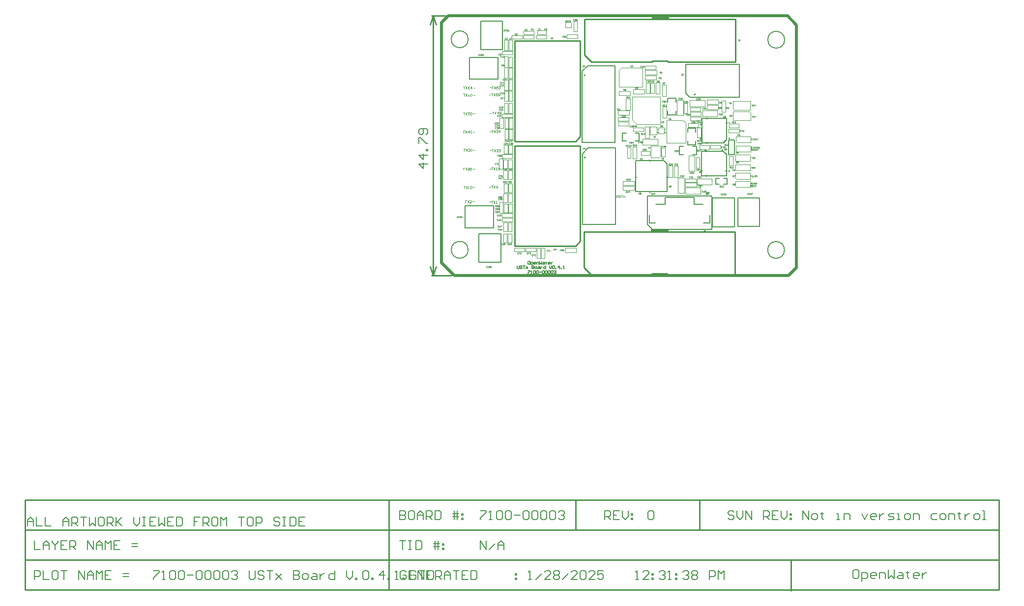
<source format=gto>
G04*
G04 #@! TF.GenerationSoftware,Altium Limited,Altium Designer,24.3.1 (35)*
G04*
G04 Layer_Color=65535*
%FSAX25Y25*%
%MOIN*%
G70*
G04*
G04 #@! TF.SameCoordinates,9BAF8AC8-72E2-4161-A934-73288D8D8D4B*
G04*
G04*
G04 #@! TF.FilePolarity,Positive*
G04*
G01*
G75*
%ADD10C,0.00787*%
%ADD11C,0.01000*%
%ADD12C,0.00300*%
%ADD13C,0.00700*%
%ADD14C,0.00600*%
%ADD15C,0.00200*%
%ADD16C,0.00500*%
%ADD17C,0.02000*%
%ADD18C,0.00400*%
%ADD19C,0.00100*%
%ADD20C,0.00800*%
G54D10*
X0554986Y0413475D02*
G03*
X0554986Y0413475I-0005709J0000000D01*
G01*
X0554886Y0270775D02*
G03*
X0554886Y0270775I-0005709J0000000D01*
G01*
X0340387Y0270875D02*
G03*
X0340387Y0270875I-0005709J0000000D01*
G01*
Y0413775D02*
G03*
X0340387Y0413775I-0005709J0000000D01*
G01*
X0419962Y0333500D02*
G03*
X0419962Y0333500I-0000394J0000000D01*
G01*
X0494470Y0376272D02*
G03*
X0494470Y0376272I-0000394J0000000D01*
G01*
X0419738Y0389283D02*
G03*
X0419738Y0389283I-0000394J0000000D01*
G01*
X0413861Y0273866D02*
Y0273949D01*
X0413332Y0273337D02*
X0413861Y0273866D01*
X0408586Y0273337D02*
X0413332D01*
X0413861Y0273949D02*
X0416460Y0276547D01*
Y0281211D01*
X0371971Y0273337D02*
X0375908D01*
X0371971D02*
Y0277274D01*
X0412523Y0341447D02*
X0416460D01*
Y0337510D02*
Y0341447D01*
X0371971D02*
X0375908D01*
X0371971Y0337510D02*
Y0341447D01*
X0463225Y0288998D02*
Y0294509D01*
X0504170Y0288998D02*
Y0294509D01*
X0467753Y0301793D02*
X0473855D01*
X0493540D02*
X0499643D01*
X0473855Y0306517D02*
X0493540D01*
X0473855Y0301793D02*
Y0306517D01*
X0493540Y0301793D02*
Y0306517D01*
X0463225Y0288998D02*
X0467359D01*
X0500036D02*
X0504170D01*
X0371971Y0408712D02*
Y0412649D01*
X0375908D01*
X0416460Y0408712D02*
Y0412649D01*
X0412523D02*
X0416460D01*
X0371971Y0344538D02*
Y0348475D01*
Y0344538D02*
X0375908D01*
X0416460Y0347748D02*
Y0352412D01*
X0413861Y0345150D02*
X0416460Y0347748D01*
X0408586Y0344538D02*
X0413332D01*
X0413861Y0345068D01*
Y0345150D01*
G54D11*
X0416460Y0276630D02*
Y0341447D01*
X0413167Y0273337D02*
X0416460Y0276630D01*
X0371971Y0273337D02*
X0413167D01*
X0371971D02*
Y0341447D01*
X0416460D01*
X0464791Y0283986D02*
X0475533D01*
X0475189Y0254098D02*
X0521279D01*
X0423515D02*
X0464855D01*
X0418880Y0258734D02*
X0423515Y0254098D01*
X0464855D02*
Y0254764D01*
X0475189D01*
Y0254098D02*
Y0254764D01*
X0475533Y0283233D02*
Y0284738D01*
X0464791D02*
X0475533D01*
X0464791Y0283233D02*
Y0284738D01*
X0418880Y0283233D02*
X0521279D01*
Y0254098D02*
Y0283233D01*
X0418880Y0258734D02*
Y0283233D01*
X0371971Y0412649D02*
X0416460D01*
X0371971Y0344538D02*
Y0412649D01*
Y0344538D02*
X0413167D01*
X0416460Y0347831D01*
Y0412649D01*
X0465286Y0428253D02*
X0476028D01*
X0475684Y0398365D02*
X0521775D01*
X0424010D02*
X0465350D01*
X0419375Y0403000D02*
X0424010Y0398365D01*
X0465350D02*
Y0399030D01*
X0475684D01*
Y0398365D02*
Y0399030D01*
X0476028Y0427500D02*
Y0429005D01*
X0465286D02*
X0476028D01*
X0465286Y0427500D02*
Y0429005D01*
X0419375Y0427500D02*
X0521775D01*
Y0398365D02*
Y0427500D01*
X0419375Y0403000D02*
Y0427500D01*
X0358020Y0430118D02*
X0358779Y0429358D01*
X0314735Y0259432D02*
X0316735Y0253432D01*
X0318735Y0259432D01*
X0316735Y0429784D02*
X0318735Y0423784D01*
X0314735D02*
X0316735Y0429784D01*
Y0253432D02*
Y0341608D01*
Y0429784D01*
X0315735Y0253432D02*
X0329046D01*
X0315735Y0429784D02*
X0324922D01*
X0497200Y0080717D02*
Y0101050D01*
X0413200Y0080717D02*
Y0101050D01*
X0040000Y0080717D02*
X0700200D01*
X0040000Y0060383D02*
X0700000D01*
X0040000Y0040050D02*
X0440500D01*
X0040050Y0101050D02*
X0700200D01*
X0040050Y0040050D02*
Y0101050D01*
Y0040050D02*
X0197600D01*
X0040000D02*
Y0101050D01*
X0286500Y0040050D02*
Y0101050D01*
X0700200Y0040050D02*
Y0101050D01*
X0440500Y0040050D02*
X0700200D01*
X0559400Y0039400D02*
Y0059683D01*
G54D12*
X0473372Y0350219D02*
Y0353782D01*
X0472809Y0349656D02*
X0473372Y0350219D01*
X0469179Y0349656D02*
X0472809D01*
X0469179D02*
Y0353782D01*
X0473372D01*
X0470061Y0333524D02*
X0470839Y0334301D01*
Y0335296D01*
Y0341532D01*
X0464337Y0333524D02*
X0470061D01*
X0464337D02*
Y0341532D01*
X0470839D01*
X0473026Y0331566D02*
X0475351Y0329241D01*
X0444221Y0394301D02*
X0458721D01*
Y0381301D02*
Y0394301D01*
X0442721Y0381301D02*
X0458721D01*
X0442721D02*
Y0392801D01*
X0444221Y0394301D01*
X0512251Y0364541D02*
X0514995D01*
Y0372243D01*
X0512251D02*
X0514995D01*
X0512251Y0364541D02*
Y0372243D01*
X0463426Y0355935D02*
X0463433Y0355942D01*
X0454722Y0355935D02*
X0463426D01*
X0451663Y0358994D02*
X0454722Y0355935D01*
X0451663Y0358994D02*
Y0374844D01*
X0470583D01*
Y0355942D02*
Y0374844D01*
X0463433Y0355942D02*
X0470583D01*
X0520080Y0364621D02*
X0531104D01*
X0520080Y0358680D02*
Y0364621D01*
Y0358680D02*
X0531840D01*
X0531104Y0364621D02*
X0531840Y0363885D01*
Y0358680D02*
Y0363885D01*
X0522101Y0346267D02*
Y0347914D01*
X0532033D01*
Y0343805D02*
Y0347914D01*
X0522776Y0343805D02*
X0532033D01*
X0522101Y0344480D02*
X0522776Y0343805D01*
X0522101Y0344480D02*
Y0346267D01*
X0463705Y0348959D02*
Y0354591D01*
X0467643D01*
X0463705Y0348959D02*
Y0354591D01*
X0468277Y0349112D02*
Y0353957D01*
X0467643Y0354591D02*
X0468277Y0353957D01*
X0463705Y0348959D02*
X0468290D01*
X0463705D02*
X0468290D01*
X0487921Y0343402D02*
Y0357023D01*
X0486041Y0358903D02*
X0487921Y0357023D01*
X0474821Y0343402D02*
X0487921D01*
X0474821D02*
Y0358903D01*
X0486041D01*
X0406457Y0425372D02*
X0409614D01*
X0406457Y0421601D02*
Y0425372D01*
Y0421601D02*
X0410191D01*
Y0424795D01*
X0409614Y0425372D02*
X0410191Y0424795D01*
X0482577Y0309376D02*
X0486995D01*
Y0319782D01*
X0482577D02*
X0486995D01*
X0482577Y0309376D02*
Y0319782D01*
X0487470Y0308772D02*
Y0313190D01*
Y0308772D02*
X0497876D01*
Y0313190D01*
X0487470D02*
X0497876D01*
X0521727Y0327111D02*
Y0328758D01*
X0531658D01*
Y0324649D02*
Y0328758D01*
X0522402Y0324649D02*
X0531658D01*
X0521727Y0325324D02*
X0522402Y0324649D01*
X0521727Y0325324D02*
Y0327111D01*
X0449695Y0362537D02*
Y0365281D01*
X0441992D02*
X0449695D01*
X0441992Y0362537D02*
Y0365281D01*
Y0362537D02*
X0449695D01*
X0447430Y0365894D02*
X0450174D01*
Y0373596D01*
X0447430D02*
X0450174D01*
X0447430Y0365894D02*
Y0373596D01*
X0452381Y0376879D02*
Y0379623D01*
Y0376879D02*
X0460083D01*
Y0379623D01*
X0452381D02*
X0460083D01*
X0472368Y0368074D02*
X0475112D01*
X0472368Y0360371D02*
Y0368074D01*
Y0360371D02*
X0475112D01*
Y0368074D01*
X0502384Y0372663D02*
X0510086D01*
Y0369919D02*
Y0372663D01*
X0502384Y0369919D02*
X0510086D01*
X0502384D02*
Y0372663D01*
X0479071Y0320261D02*
Y0327963D01*
X0476327Y0320261D02*
X0479071D01*
X0476327D02*
Y0327963D01*
X0479071D01*
X0521685Y0321328D02*
Y0322975D01*
X0531617D01*
Y0318866D02*
Y0322975D01*
X0522360Y0318866D02*
X0531617D01*
X0521685Y0319541D02*
X0522360Y0318866D01*
X0521685Y0319541D02*
Y0321328D01*
X0531640Y0332913D02*
Y0334700D01*
X0530965Y0335375D02*
X0531640Y0334700D01*
X0521708Y0335375D02*
X0530965D01*
X0521708Y0331266D02*
Y0335375D01*
Y0331266D02*
X0531640D01*
Y0332913D01*
X0521560Y0315837D02*
Y0317484D01*
X0531492D01*
Y0313375D02*
Y0317484D01*
X0522235Y0313375D02*
X0531492D01*
X0521560Y0314050D02*
X0522235Y0313375D01*
X0521560Y0314050D02*
Y0315837D01*
X0479814Y0320175D02*
Y0327877D01*
X0482558D01*
Y0320175D02*
Y0327877D01*
X0479814Y0320175D02*
X0482558D01*
X0445457Y0311323D02*
X0453159D01*
X0445457D02*
Y0314067D01*
X0453159D01*
Y0311323D02*
Y0314067D01*
X0445437Y0314842D02*
X0453140D01*
X0445437D02*
Y0317585D01*
X0453140D01*
Y0314842D02*
Y0317585D01*
X0502384Y0366250D02*
Y0368994D01*
Y0366250D02*
X0510086D01*
Y0368994D01*
X0502384D02*
X0510086D01*
X0450370Y0375777D02*
Y0378521D01*
X0442667D02*
X0450370D01*
X0442667Y0375777D02*
Y0378521D01*
Y0375777D02*
X0450370D01*
X0472032Y0375016D02*
X0474776D01*
Y0382718D01*
X0472032D02*
X0474776D01*
X0472032Y0375016D02*
Y0382718D01*
X0520642Y0365867D02*
X0531667D01*
Y0371808D01*
X0519906D02*
X0531667D01*
X0519906Y0366602D02*
X0520642Y0365867D01*
X0519906Y0366602D02*
Y0371808D01*
X0521893Y0339923D02*
Y0341570D01*
X0531825D01*
Y0337461D02*
Y0341570D01*
X0522568Y0337461D02*
X0531825D01*
X0521893Y0338136D02*
X0522568Y0337461D01*
X0521893Y0338136D02*
Y0339923D01*
X0460408Y0346711D02*
X0463152D01*
Y0354413D01*
X0460408D02*
X0463152D01*
X0460408Y0346711D02*
Y0354413D01*
X0467704Y0376697D02*
X0470448D01*
Y0384399D01*
X0467704D02*
X0470448D01*
X0467704Y0376697D02*
Y0384399D01*
X0451840Y0332915D02*
X0454584D01*
Y0340617D01*
X0451840D02*
X0454584D01*
X0451840Y0332915D02*
Y0340617D01*
X0460437Y0392621D02*
X0468140D01*
Y0389877D02*
Y0392621D01*
X0460437Y0389877D02*
X0468140D01*
X0460437D02*
Y0392621D01*
X0460426Y0389047D02*
X0468128D01*
Y0386303D02*
Y0389047D01*
X0460426Y0386303D02*
X0468128D01*
X0460426D02*
Y0389047D01*
X0471488Y0332424D02*
Y0333091D01*
X0471821Y0333424D01*
X0472154Y0333091D01*
Y0332424D01*
Y0332924D01*
X0471488D01*
X0472488Y0332424D02*
X0472821D01*
X0472654D01*
Y0333424D01*
X0472488Y0333258D01*
X0457046Y0333213D02*
Y0332214D01*
Y0332714D01*
X0457713D01*
Y0333213D01*
Y0332214D01*
X0458046D02*
X0458379D01*
X0458213D01*
Y0333213D01*
X0458046Y0333047D01*
X0476178Y0313518D02*
Y0314184D01*
X0476511Y0314518D01*
X0476845Y0314184D01*
Y0313518D01*
Y0314018D01*
X0476178D01*
X0477178Y0314351D02*
X0477345Y0314518D01*
X0477678D01*
X0477844Y0314351D01*
Y0314184D01*
X0477678Y0314018D01*
X0477844Y0313851D01*
Y0313685D01*
X0477678Y0313518D01*
X0477345D01*
X0477178Y0313685D01*
Y0313851D01*
X0477345Y0314018D01*
X0477178Y0314184D01*
Y0314351D01*
X0477345Y0314018D02*
X0477678D01*
X0455839Y0309718D02*
Y0308719D01*
Y0309219D01*
X0456505D01*
Y0309718D01*
Y0308719D01*
X0456838Y0309552D02*
X0457005Y0309718D01*
X0457338D01*
X0457505Y0309552D01*
Y0309385D01*
X0457338Y0309219D01*
X0457505Y0309052D01*
Y0308885D01*
X0457338Y0308719D01*
X0457005D01*
X0456838Y0308885D01*
Y0309052D01*
X0457005Y0309219D01*
X0456838Y0309385D01*
Y0309552D01*
X0457005Y0309219D02*
X0457338D01*
X0532226Y0338340D02*
Y0339340D01*
X0532726D01*
X0532893Y0339174D01*
Y0338840D01*
X0532726Y0338674D01*
X0532226D01*
X0532559D02*
X0532893Y0338340D01*
X0533892Y0339340D02*
X0533226D01*
Y0338340D01*
X0533892D01*
X0533226Y0338840D02*
X0533559D01*
X0534226Y0338340D02*
Y0339007D01*
X0534559Y0339340D01*
X0534892Y0339007D01*
Y0338340D01*
Y0338840D01*
X0534226D01*
X0535225Y0339340D02*
Y0338340D01*
X0535725D01*
X0535892Y0338507D01*
Y0339174D01*
X0535725Y0339340D01*
X0535225D01*
X0536225D02*
Y0339174D01*
X0536558Y0338840D01*
X0536891Y0339174D01*
Y0339340D01*
X0536558Y0338840D02*
Y0338340D01*
X0531975Y0314880D02*
Y0313880D01*
X0532475D01*
X0532642Y0314047D01*
Y0314213D01*
X0532475Y0314380D01*
X0531975D01*
X0532475D01*
X0532642Y0314546D01*
Y0314713D01*
X0532475Y0314880D01*
X0531975D01*
X0533641D02*
X0532975D01*
Y0313880D01*
X0533641D01*
X0532975Y0314380D02*
X0533308D01*
X0533975Y0313880D02*
Y0314546D01*
X0534308Y0314880D01*
X0534641Y0314546D01*
Y0313880D01*
Y0314380D01*
X0533975D01*
X0534974Y0314880D02*
X0535641D01*
X0535308D01*
Y0313880D01*
X0532433Y0346578D02*
X0533099D01*
X0532766D01*
Y0345579D01*
X0533433Y0346578D02*
X0534099Y0345579D01*
Y0346578D02*
X0533433Y0345579D01*
X0534432D02*
Y0346578D01*
X0534765Y0346245D01*
X0535099Y0346578D01*
Y0345579D01*
X0535432Y0346578D02*
X0535765D01*
X0535599D01*
Y0345579D01*
X0535432D01*
X0535765D01*
X0536265Y0346578D02*
X0536931D01*
X0536598D01*
Y0345579D01*
X0531746Y0316544D02*
Y0315544D01*
Y0316044D01*
X0532413D01*
Y0316544D01*
Y0315544D01*
X0533413Y0316544D02*
X0532746D01*
Y0315544D01*
X0533413D01*
X0532746Y0316044D02*
X0533079D01*
X0533746Y0315544D02*
Y0316210D01*
X0534079Y0316544D01*
X0534412Y0316210D01*
Y0315544D01*
Y0316044D01*
X0533746D01*
X0534746Y0315544D02*
Y0316544D01*
X0535245D01*
X0535412Y0316377D01*
Y0316044D01*
X0535245Y0315877D01*
X0534746D01*
X0535079D02*
X0535412Y0315544D01*
X0535745Y0316544D02*
X0536412D01*
X0536079D01*
Y0315544D01*
X0532891Y0340692D02*
X0532725Y0340859D01*
X0532392D01*
X0532225Y0340692D01*
Y0340525D01*
X0532392Y0340359D01*
X0532725D01*
X0532891Y0340192D01*
Y0340025D01*
X0532725Y0339859D01*
X0532392D01*
X0532225Y0340025D01*
X0533225Y0340859D02*
Y0340692D01*
X0533558Y0340359D01*
X0533891Y0340692D01*
Y0340859D01*
X0533558Y0340359D02*
Y0339859D01*
X0534891Y0340692D02*
X0534724Y0340859D01*
X0534391D01*
X0534224Y0340692D01*
Y0340525D01*
X0534391Y0340359D01*
X0534724D01*
X0534891Y0340192D01*
Y0340025D01*
X0534724Y0339859D01*
X0534391D01*
X0534224Y0340025D01*
X0535224Y0340859D02*
X0535890D01*
X0535557D01*
Y0339859D01*
X0536890Y0340859D02*
X0536224D01*
Y0339859D01*
X0536890D01*
X0536224Y0340359D02*
X0536557D01*
X0537223Y0339859D02*
Y0340859D01*
X0537557Y0340525D01*
X0537890Y0340859D01*
Y0339859D01*
X0532371Y0333412D02*
X0533037D01*
X0534037Y0333911D02*
X0533370D01*
Y0333412D01*
X0533703Y0333578D01*
X0533870D01*
X0534037Y0333412D01*
Y0333078D01*
X0533870Y0332912D01*
X0533537D01*
X0533370Y0333078D01*
X0534370Y0333911D02*
Y0333245D01*
X0534703Y0332912D01*
X0535036Y0333245D01*
Y0333911D01*
X0532267Y0326756D02*
X0532933D01*
X0532600Y0327089D02*
Y0326423D01*
X0533933Y0327256D02*
X0533266D01*
Y0326756D01*
X0533599Y0326922D01*
X0533766D01*
X0533933Y0326756D01*
Y0326423D01*
X0533766Y0326256D01*
X0533433D01*
X0533266Y0326423D01*
X0534266Y0327256D02*
Y0326589D01*
X0534599Y0326256D01*
X0534932Y0326589D01*
Y0327256D01*
X0531746Y0321015D02*
X0532413D01*
X0532080Y0321348D02*
Y0320682D01*
X0533413Y0320515D02*
X0532746D01*
X0533413Y0321182D01*
Y0321348D01*
X0533246Y0321515D01*
X0532913D01*
X0532746Y0321348D01*
X0533746Y0320515D02*
Y0320682D01*
X0533913D01*
Y0320515D01*
X0533746D01*
X0535245Y0321515D02*
X0534579D01*
Y0321015D01*
X0534912Y0321182D01*
X0535079D01*
X0535245Y0321015D01*
Y0320682D01*
X0535079Y0320515D01*
X0534746D01*
X0534579Y0320682D01*
X0535579Y0321515D02*
Y0320848D01*
X0535912Y0320515D01*
X0536245Y0320848D01*
Y0321515D01*
X0533079Y0361931D02*
Y0360931D01*
Y0361431D01*
X0533746D01*
Y0361931D01*
Y0360931D01*
X0534079Y0361931D02*
Y0361265D01*
X0534412Y0360931D01*
X0534746Y0361265D01*
Y0361931D01*
X0535079Y0361431D02*
X0535745D01*
X0532613Y0369470D02*
Y0368470D01*
Y0368970D01*
X0533279D01*
Y0369470D01*
Y0368470D01*
X0533612Y0369470D02*
Y0368803D01*
X0533946Y0368470D01*
X0534279Y0368803D01*
Y0369470D01*
X0534612Y0368970D02*
X0535279D01*
X0534945Y0369303D02*
Y0368637D01*
X0353197Y0259765D02*
X0353030Y0259931D01*
X0352697D01*
X0352530Y0259765D01*
Y0259098D01*
X0352697Y0258932D01*
X0353030D01*
X0353197Y0259098D01*
X0353530Y0258932D02*
X0353863D01*
X0353696D01*
Y0259931D01*
X0353530Y0259765D01*
X0355029Y0259931D02*
X0354363D01*
Y0259432D01*
X0354696Y0259598D01*
X0354863D01*
X0355029Y0259432D01*
Y0259098D01*
X0354863Y0258932D01*
X0354529D01*
X0354363Y0259098D01*
X0355362Y0259765D02*
X0355529Y0259931D01*
X0355862D01*
X0356029Y0259765D01*
Y0259598D01*
X0355862Y0259432D01*
X0356029Y0259265D01*
Y0259098D01*
X0355862Y0258932D01*
X0355529D01*
X0355362Y0259098D01*
Y0259265D01*
X0355529Y0259432D01*
X0355362Y0259598D01*
Y0259765D01*
X0355529Y0259432D02*
X0355862D01*
X0530459Y0309223D02*
X0530293Y0309389D01*
X0529960D01*
X0529793Y0309223D01*
Y0308556D01*
X0529960Y0308390D01*
X0530293D01*
X0530459Y0308556D01*
X0530793Y0308390D02*
X0531126D01*
X0530959D01*
Y0309389D01*
X0530793Y0309223D01*
X0532292Y0309389D02*
X0531626D01*
Y0308890D01*
X0531959Y0309056D01*
X0532126D01*
X0532292Y0308890D01*
Y0308556D01*
X0532126Y0308390D01*
X0531792D01*
X0531626Y0308556D01*
X0532625Y0309389D02*
X0533292D01*
Y0309223D01*
X0532625Y0308556D01*
Y0308390D01*
X0365093Y0420171D02*
X0364927Y0420337D01*
X0364594D01*
X0364427Y0420171D01*
Y0419504D01*
X0364594Y0419338D01*
X0364927D01*
X0365093Y0419504D01*
X0365427Y0419338D02*
X0365760D01*
X0365593D01*
Y0420337D01*
X0365427Y0420171D01*
X0366926Y0420337D02*
X0366260D01*
Y0419837D01*
X0366593Y0420004D01*
X0366760D01*
X0366926Y0419837D01*
Y0419504D01*
X0366760Y0419338D01*
X0366426D01*
X0366260Y0419504D01*
X0367926Y0420337D02*
X0367593Y0420171D01*
X0367260Y0419837D01*
Y0419504D01*
X0367426Y0419338D01*
X0367759D01*
X0367926Y0419504D01*
Y0419671D01*
X0367759Y0419837D01*
X0367260D01*
X0333447Y0293552D02*
X0333280Y0293719D01*
X0332947D01*
X0332781Y0293552D01*
Y0292886D01*
X0332947Y0292719D01*
X0333280D01*
X0333447Y0292886D01*
X0333780Y0292719D02*
X0334113D01*
X0333947D01*
Y0293719D01*
X0333780Y0293552D01*
X0335280Y0293719D02*
X0334613D01*
Y0293219D01*
X0334946Y0293386D01*
X0335113D01*
X0335280Y0293219D01*
Y0292886D01*
X0335113Y0292719D01*
X0334780D01*
X0334613Y0292886D01*
X0336113Y0292719D02*
Y0293719D01*
X0335613Y0293219D01*
X0336279D01*
X0347865Y0403467D02*
X0347699Y0403633D01*
X0347365D01*
X0347199Y0403467D01*
Y0402800D01*
X0347365Y0402634D01*
X0347699D01*
X0347865Y0402800D01*
X0348199Y0402634D02*
X0348532D01*
X0348365D01*
Y0403633D01*
X0348199Y0403467D01*
X0349698Y0403633D02*
X0349032D01*
Y0403133D01*
X0349365Y0403300D01*
X0349532D01*
X0349698Y0403133D01*
Y0402800D01*
X0349532Y0402634D01*
X0349198D01*
X0349032Y0402800D01*
X0350031Y0403467D02*
X0350198Y0403633D01*
X0350531D01*
X0350698Y0403467D01*
Y0403300D01*
X0350531Y0403133D01*
X0350365D01*
X0350531D01*
X0350698Y0402967D01*
Y0402800D01*
X0350531Y0402634D01*
X0350198D01*
X0350031Y0402800D01*
X0512384Y0309069D02*
X0512218Y0309236D01*
X0511884D01*
X0511718Y0309069D01*
Y0308402D01*
X0511884Y0308236D01*
X0512218D01*
X0512384Y0308402D01*
X0512717Y0308236D02*
X0513051D01*
X0512884D01*
Y0309236D01*
X0512717Y0309069D01*
X0514217Y0309236D02*
X0513551D01*
Y0308736D01*
X0513884Y0308902D01*
X0514050D01*
X0514217Y0308736D01*
Y0308402D01*
X0514050Y0308236D01*
X0513717D01*
X0513551Y0308402D01*
X0515217Y0308236D02*
X0514550D01*
X0515217Y0308902D01*
Y0309069D01*
X0515050Y0309236D01*
X0514717D01*
X0514550Y0309069D01*
X0406175Y0426743D02*
Y0425910D01*
X0406341Y0425743D01*
X0406675D01*
X0406841Y0425910D01*
Y0426743D01*
X0407174Y0425743D02*
X0407508D01*
X0407341D01*
Y0426743D01*
X0407174Y0426576D01*
X0408007Y0425743D02*
X0408341D01*
X0408174D01*
Y0426743D01*
X0408007Y0426576D01*
X0412299Y0427347D02*
X0412133Y0427513D01*
X0411799D01*
X0411633Y0427347D01*
Y0426680D01*
X0411799Y0426514D01*
X0412133D01*
X0412299Y0426680D01*
X0412632D02*
X0412799Y0426514D01*
X0413132D01*
X0413299Y0426680D01*
Y0427347D01*
X0413132Y0427513D01*
X0412799D01*
X0412632Y0427347D01*
Y0427180D01*
X0412799Y0427014D01*
X0413299D01*
X0413632Y0426680D02*
X0413799Y0426514D01*
X0414132D01*
X0414298Y0426680D01*
Y0427347D01*
X0414132Y0427513D01*
X0413799D01*
X0413632Y0427347D01*
Y0427180D01*
X0413799Y0427014D01*
X0414298D01*
X0515417Y0366754D02*
Y0367754D01*
X0515917D01*
X0516083Y0367587D01*
Y0367254D01*
X0515917Y0367088D01*
X0515417D01*
X0515750D02*
X0516083Y0366754D01*
X0516417Y0367587D02*
X0516583Y0367754D01*
X0516916D01*
X0517083Y0367587D01*
Y0367421D01*
X0516916Y0367254D01*
X0516750D01*
X0516916D01*
X0517083Y0367088D01*
Y0366921D01*
X0516916Y0366754D01*
X0516583D01*
X0516417Y0366921D01*
X0522926Y0349285D02*
Y0348285D01*
X0523426D01*
X0523592Y0348451D01*
Y0349118D01*
X0523426Y0349285D01*
X0522926D01*
X0523925Y0349118D02*
X0524092Y0349285D01*
X0524425D01*
X0524592Y0349118D01*
Y0348951D01*
X0524425Y0348785D01*
X0524259D01*
X0524425D01*
X0524592Y0348618D01*
Y0348451D01*
X0524425Y0348285D01*
X0524092D01*
X0523925Y0348451D01*
X0450422Y0396219D02*
Y0395386D01*
X0450589Y0395219D01*
X0450922D01*
X0451088Y0395386D01*
Y0396219D01*
X0452088Y0395219D02*
X0451422D01*
X0452088Y0395885D01*
Y0396052D01*
X0451921Y0396219D01*
X0451588D01*
X0451422Y0396052D01*
X0469735Y0386959D02*
Y0387958D01*
X0470234D01*
X0470401Y0387792D01*
Y0387459D01*
X0470234Y0387292D01*
X0469735D01*
X0470068D02*
X0470401Y0386959D01*
X0471401D02*
X0470734D01*
X0471401Y0387625D01*
Y0387792D01*
X0471234Y0387958D01*
X0470901D01*
X0470734Y0387792D01*
X0470353Y0390738D02*
Y0391738D01*
X0470853D01*
X0471019Y0391571D01*
Y0391238D01*
X0470853Y0391072D01*
X0470353D01*
X0470686D02*
X0471019Y0390738D01*
X0471352D02*
X0471686D01*
X0471519D01*
Y0391738D01*
X0471352Y0391571D01*
X0457804Y0395754D02*
X0457637Y0395921D01*
X0457304D01*
X0457137Y0395754D01*
Y0395088D01*
X0457304Y0394921D01*
X0457637D01*
X0457804Y0395088D01*
X0458137Y0394921D02*
X0458470D01*
X0458303D01*
Y0395921D01*
X0458137Y0395754D01*
X0459636Y0395921D02*
X0458970D01*
Y0395421D01*
X0459303Y0395587D01*
X0459470D01*
X0459636Y0395421D01*
Y0395088D01*
X0459470Y0394921D01*
X0459137D01*
X0458970Y0395088D01*
X0464751Y0385618D02*
X0464585Y0385785D01*
X0464252D01*
X0464085Y0385618D01*
Y0384952D01*
X0464252Y0384785D01*
X0464585D01*
X0464751Y0384952D01*
X0465751Y0384785D02*
X0465085D01*
X0465751Y0385451D01*
Y0385618D01*
X0465585Y0385785D01*
X0465251D01*
X0465085Y0385618D01*
X0466084Y0384785D02*
X0466418D01*
X0466251D01*
Y0385785D01*
X0466084Y0385618D01*
X0461485Y0385710D02*
X0461319Y0385876D01*
X0460985D01*
X0460819Y0385710D01*
Y0385043D01*
X0460985Y0384877D01*
X0461319D01*
X0461485Y0385043D01*
X0462485Y0384877D02*
X0461819D01*
X0462485Y0385543D01*
Y0385710D01*
X0462318Y0385876D01*
X0461985D01*
X0461819Y0385710D01*
X0462818D02*
X0462985Y0385876D01*
X0463318D01*
X0463485Y0385710D01*
Y0385043D01*
X0463318Y0384877D01*
X0462985D01*
X0462818Y0385043D01*
Y0385710D01*
X0465991Y0348166D02*
Y0347333D01*
X0466158Y0347167D01*
X0466491D01*
X0466658Y0347333D01*
Y0348166D01*
X0466991D02*
X0467657D01*
Y0348000D01*
X0466991Y0347333D01*
Y0347167D01*
X0452115Y0341302D02*
Y0342302D01*
X0452615D01*
X0452781Y0342135D01*
Y0341802D01*
X0452615Y0341635D01*
X0452115D01*
X0452448D02*
X0452781Y0341302D01*
X0453114D02*
X0453448D01*
X0453281D01*
Y0342302D01*
X0453114Y0342135D01*
X0453947D02*
X0454114Y0342302D01*
X0454447D01*
X0454614Y0342135D01*
Y0341969D01*
X0454447Y0341802D01*
X0454614Y0341635D01*
Y0341469D01*
X0454447Y0341302D01*
X0454114D01*
X0453947Y0341469D01*
Y0341635D01*
X0454114Y0341802D01*
X0453947Y0341969D01*
Y0342135D01*
X0454114Y0341802D02*
X0454447D01*
X0517628Y0326325D02*
Y0327324D01*
X0518128D01*
X0518294Y0327158D01*
Y0326825D01*
X0518128Y0326658D01*
X0517628D01*
X0517961D02*
X0518294Y0326325D01*
X0518628D02*
X0518961D01*
X0518794D01*
Y0327324D01*
X0518628Y0327158D01*
X0519461Y0326491D02*
X0519627Y0326325D01*
X0519960D01*
X0520127Y0326491D01*
Y0327158D01*
X0519960Y0327324D01*
X0519627D01*
X0519461Y0327158D01*
Y0326991D01*
X0519627Y0326825D01*
X0520127D01*
X0514144Y0341753D02*
Y0342753D01*
X0514644D01*
X0514811Y0342586D01*
Y0342253D01*
X0514644Y0342087D01*
X0514144D01*
X0514477D02*
X0514811Y0341753D01*
X0515144D02*
X0515477D01*
X0515310D01*
Y0342753D01*
X0515144Y0342586D01*
X0516643Y0342753D02*
X0516310Y0342586D01*
X0515977Y0342253D01*
Y0341920D01*
X0516144Y0341753D01*
X0516477D01*
X0516643Y0341920D01*
Y0342087D01*
X0516477Y0342253D01*
X0515977D01*
X0468346Y0384851D02*
Y0385851D01*
X0468846D01*
X0469012Y0385684D01*
Y0385351D01*
X0468846Y0385184D01*
X0468346D01*
X0468679D02*
X0469012Y0384851D01*
X0470012Y0385851D02*
X0469679Y0385684D01*
X0469346Y0385351D01*
Y0385018D01*
X0469512Y0384851D01*
X0469845D01*
X0470012Y0385018D01*
Y0385184D01*
X0469845Y0385351D01*
X0469346D01*
X0457723Y0349100D02*
Y0350100D01*
X0458223D01*
X0458389Y0349934D01*
Y0349600D01*
X0458223Y0349434D01*
X0457723D01*
X0458056D02*
X0458389Y0349100D01*
X0458723D02*
X0459056D01*
X0458889D01*
Y0350100D01*
X0458723Y0349934D01*
X0460055Y0349100D02*
Y0350100D01*
X0459556Y0349600D01*
X0460222D01*
X0512620Y0341039D02*
X0512454Y0341205D01*
X0512121D01*
X0511954Y0341039D01*
Y0340372D01*
X0512121Y0340206D01*
X0512454D01*
X0512620Y0340372D01*
X0513453Y0340206D02*
Y0341205D01*
X0512954Y0340705D01*
X0513620D01*
X0513953Y0341039D02*
X0514120Y0341205D01*
X0514453D01*
X0514620Y0341039D01*
Y0340872D01*
X0514453Y0340705D01*
X0514620Y0340539D01*
Y0340372D01*
X0514453Y0340206D01*
X0514120D01*
X0513953Y0340372D01*
Y0340539D01*
X0514120Y0340705D01*
X0513953Y0340872D01*
Y0341039D01*
X0514120Y0340705D02*
X0514453D01*
X0525379Y0352043D02*
X0525212Y0352209D01*
X0524879D01*
X0524712Y0352043D01*
Y0351376D01*
X0524879Y0351209D01*
X0525212D01*
X0525379Y0351376D01*
X0526212Y0351209D02*
Y0352209D01*
X0525712Y0351709D01*
X0526378D01*
X0527378Y0351209D02*
X0526712D01*
X0527378Y0351876D01*
Y0352043D01*
X0527212Y0352209D01*
X0526878D01*
X0526712Y0352043D01*
X0470574Y0355303D02*
Y0354470D01*
X0470741Y0354303D01*
X0471074D01*
X0471241Y0354470D01*
Y0355303D01*
X0471574Y0355136D02*
X0471741Y0355303D01*
X0472074D01*
X0472240Y0355136D01*
Y0354970D01*
X0472074Y0354803D01*
X0472240Y0354636D01*
Y0354470D01*
X0472074Y0354303D01*
X0471741D01*
X0471574Y0354470D01*
Y0354636D01*
X0471741Y0354803D01*
X0471574Y0354970D01*
Y0355136D01*
X0471741Y0354803D02*
X0472074D01*
X0500390Y0283941D02*
X0500057D01*
X0500223D01*
Y0283108D01*
X0500057Y0282941D01*
X0499890D01*
X0499723Y0283108D01*
X0501389Y0283941D02*
X0500723D01*
Y0283441D01*
X0501056Y0283608D01*
X0501223D01*
X0501389Y0283441D01*
Y0283108D01*
X0501223Y0282941D01*
X0500889D01*
X0500723Y0283108D01*
X0521850Y0337431D02*
Y0336431D01*
X0522350D01*
X0522516Y0336597D01*
Y0337264D01*
X0522350Y0337431D01*
X0521850D01*
X0523349Y0336431D02*
Y0337431D01*
X0522850Y0336931D01*
X0523516D01*
X0517714Y0362328D02*
Y0361329D01*
X0518213D01*
X0518380Y0361495D01*
Y0362162D01*
X0518213Y0362328D01*
X0517714D01*
X0519380Y0361329D02*
X0518713D01*
X0519380Y0361995D01*
Y0362162D01*
X0519213Y0362328D01*
X0518880D01*
X0518713Y0362162D01*
X0517611Y0370947D02*
Y0369948D01*
X0518111D01*
X0518277Y0370114D01*
Y0370781D01*
X0518111Y0370947D01*
X0517611D01*
X0518610Y0369948D02*
X0518944D01*
X0518777D01*
Y0370947D01*
X0518610Y0370781D01*
X0359372Y0297034D02*
X0359205Y0297201D01*
X0358872D01*
X0358705Y0297034D01*
Y0296368D01*
X0358872Y0296201D01*
X0359205D01*
X0359372Y0296368D01*
X0360371Y0297201D02*
X0359705D01*
Y0296701D01*
X0360038Y0296868D01*
X0360205D01*
X0360371Y0296701D01*
Y0296368D01*
X0360205Y0296201D01*
X0359872D01*
X0359705Y0296368D01*
X0360704Y0297201D02*
X0361371D01*
Y0297034D01*
X0360704Y0296368D01*
Y0296201D01*
X0374400Y0268779D02*
X0374234Y0268946D01*
X0373900D01*
X0373734Y0268779D01*
Y0268112D01*
X0373900Y0267946D01*
X0374234D01*
X0374400Y0268112D01*
X0374733Y0268946D02*
X0375400D01*
Y0268779D01*
X0374733Y0268112D01*
Y0267946D01*
X0376399D02*
X0375733D01*
X0376399Y0268612D01*
Y0268779D01*
X0376233Y0268946D01*
X0375900D01*
X0375733Y0268779D01*
X0405053Y0415993D02*
X0404387D01*
Y0415493D01*
X0404720D01*
X0404387D01*
Y0414993D01*
X0405387Y0415993D02*
Y0414993D01*
X0405886D01*
X0406053Y0415160D01*
Y0415327D01*
X0405886Y0415493D01*
X0405387D01*
X0405886D01*
X0406053Y0415660D01*
Y0415827D01*
X0405886Y0415993D01*
X0405387D01*
X0406386Y0414993D02*
X0406719D01*
X0406553D01*
Y0415993D01*
X0406386Y0415827D01*
X0495706Y0325707D02*
X0495539Y0325874D01*
X0495206D01*
X0495039Y0325707D01*
Y0325041D01*
X0495206Y0324874D01*
X0495539D01*
X0495706Y0325041D01*
X0496705Y0325874D02*
X0496039D01*
Y0325374D01*
X0496372Y0325541D01*
X0496539D01*
X0496705Y0325374D01*
Y0325041D01*
X0496539Y0324874D01*
X0496205D01*
X0496039Y0325041D01*
X0497538Y0324874D02*
Y0325874D01*
X0497039Y0325374D01*
X0497705D01*
X0511046Y0363324D02*
X0510879Y0363491D01*
X0510546D01*
X0510380Y0363324D01*
Y0362658D01*
X0510546Y0362491D01*
X0510879D01*
X0511046Y0362658D01*
X0511379Y0363324D02*
X0511546Y0363491D01*
X0511879D01*
X0512046Y0363324D01*
Y0363158D01*
X0511879Y0362991D01*
X0511713D01*
X0511879D01*
X0512046Y0362825D01*
Y0362658D01*
X0511879Y0362491D01*
X0511546D01*
X0511379Y0362658D01*
X0513045Y0362491D02*
X0512379D01*
X0513045Y0363158D01*
Y0363324D01*
X0512879Y0363491D01*
X0512545D01*
X0512379Y0363324D01*
X0519261Y0357039D02*
Y0358039D01*
X0519761D01*
X0519927Y0357872D01*
Y0357539D01*
X0519761Y0357372D01*
X0519261D01*
X0519594D02*
X0519927Y0357039D01*
X0520260D02*
X0520594D01*
X0520427D01*
Y0358039D01*
X0520260Y0357872D01*
X0521094D02*
X0521260Y0358039D01*
X0521594D01*
X0521760Y0357872D01*
Y0357705D01*
X0521594Y0357539D01*
X0521427D01*
X0521594D01*
X0521760Y0357372D01*
Y0357206D01*
X0521594Y0357039D01*
X0521260D01*
X0521094Y0357206D01*
X0472338Y0383461D02*
Y0384461D01*
X0472838D01*
X0473005Y0384295D01*
Y0383961D01*
X0472838Y0383795D01*
X0472338D01*
X0472672D02*
X0473005Y0383461D01*
X0473338Y0384461D02*
X0474005D01*
Y0384295D01*
X0473338Y0383628D01*
Y0383461D01*
X0445754Y0379018D02*
Y0380017D01*
X0446254D01*
X0446421Y0379851D01*
Y0379518D01*
X0446254Y0379351D01*
X0445754D01*
X0446088D02*
X0446421Y0379018D01*
X0446754Y0379851D02*
X0446921Y0380017D01*
X0447254D01*
X0447421Y0379851D01*
Y0379684D01*
X0447254Y0379518D01*
X0447421Y0379351D01*
Y0379184D01*
X0447254Y0379018D01*
X0446921D01*
X0446754Y0379184D01*
Y0379351D01*
X0446921Y0379518D01*
X0446754Y0379684D01*
Y0379851D01*
X0446921Y0379518D02*
X0447254D01*
X0472705Y0372009D02*
X0472039D01*
Y0371509D01*
X0472372D01*
X0472039D01*
Y0371009D01*
X0473038Y0372009D02*
Y0371009D01*
X0473538D01*
X0473705Y0371176D01*
Y0371342D01*
X0473538Y0371509D01*
X0473038D01*
X0473538D01*
X0473705Y0371675D01*
Y0371842D01*
X0473538Y0372009D01*
X0473038D01*
X0474705Y0371009D02*
X0474038D01*
X0474705Y0371675D01*
Y0371842D01*
X0474538Y0372009D01*
X0474205D01*
X0474038Y0371842D01*
X0464391Y0309488D02*
Y0308655D01*
X0464558Y0308488D01*
X0464891D01*
X0465058Y0308655D01*
Y0309488D01*
X0465391Y0308488D02*
X0465724D01*
X0465558D01*
Y0309488D01*
X0465391Y0309321D01*
X0466224D02*
X0466391Y0309488D01*
X0466724D01*
X0466891Y0309321D01*
Y0308655D01*
X0466724Y0308488D01*
X0466391D01*
X0466224Y0308655D01*
Y0309321D01*
X0510433Y0366891D02*
Y0367891D01*
X0510933D01*
X0511100Y0367724D01*
Y0367391D01*
X0510933Y0367224D01*
X0510433D01*
X0510767D02*
X0511100Y0366891D01*
X0512100Y0367891D02*
X0511433D01*
Y0367391D01*
X0511766Y0367557D01*
X0511933D01*
X0512100Y0367391D01*
Y0367057D01*
X0511933Y0366891D01*
X0511600D01*
X0511433Y0367057D01*
X0447789Y0318182D02*
Y0319182D01*
X0448289D01*
X0448455Y0319015D01*
Y0318682D01*
X0448289Y0318515D01*
X0447789D01*
X0448122D02*
X0448455Y0318182D01*
X0449455D02*
X0448789D01*
X0449455Y0318849D01*
Y0319015D01*
X0449288Y0319182D01*
X0448955D01*
X0448789Y0319015D01*
X0449788D02*
X0449955Y0319182D01*
X0450288D01*
X0450455Y0319015D01*
Y0318849D01*
X0450288Y0318682D01*
X0450121D01*
X0450288D01*
X0450455Y0318515D01*
Y0318349D01*
X0450288Y0318182D01*
X0449955D01*
X0449788Y0318349D01*
X0447389Y0309870D02*
Y0310870D01*
X0447889D01*
X0448056Y0310703D01*
Y0310370D01*
X0447889Y0310203D01*
X0447389D01*
X0447722D02*
X0448056Y0309870D01*
X0449055D02*
X0448389D01*
X0449055Y0310536D01*
Y0310703D01*
X0448889Y0310870D01*
X0448556D01*
X0448389Y0310703D01*
X0449889Y0309870D02*
Y0310870D01*
X0449389Y0310370D01*
X0450055D01*
X0480155Y0328540D02*
Y0329539D01*
X0480654D01*
X0480821Y0329373D01*
Y0329040D01*
X0480654Y0328873D01*
X0480155D01*
X0480488D02*
X0480821Y0328540D01*
X0481821D02*
X0481154D01*
X0481821Y0329206D01*
Y0329373D01*
X0481654Y0329539D01*
X0481321D01*
X0481154Y0329373D01*
X0482154Y0328540D02*
X0482487D01*
X0482321D01*
Y0329539D01*
X0482154Y0329373D01*
X0519497Y0315869D02*
Y0314869D01*
X0519996D01*
X0520163Y0315036D01*
Y0315702D01*
X0519996Y0315869D01*
X0519497D01*
X0520496Y0315702D02*
X0520663Y0315869D01*
X0520996D01*
X0521163Y0315702D01*
Y0315535D01*
X0520996Y0315369D01*
X0521163Y0315202D01*
Y0315036D01*
X0520996Y0314869D01*
X0520663D01*
X0520496Y0315036D01*
Y0315202D01*
X0520663Y0315369D01*
X0520496Y0315535D01*
Y0315702D01*
X0520663Y0315369D02*
X0520996D01*
X0472407Y0341434D02*
X0472240Y0341600D01*
X0471907D01*
X0471740Y0341434D01*
Y0340767D01*
X0471907Y0340601D01*
X0472240D01*
X0472407Y0340767D01*
X0473240Y0340601D02*
Y0341600D01*
X0472740Y0341101D01*
X0473406D01*
X0473740Y0340767D02*
X0473906Y0340601D01*
X0474239D01*
X0474406Y0340767D01*
Y0341434D01*
X0474239Y0341600D01*
X0473906D01*
X0473740Y0341434D01*
Y0341267D01*
X0473906Y0341101D01*
X0474406D01*
X0459233Y0339109D02*
X0459066Y0339276D01*
X0458733D01*
X0458567Y0339109D01*
Y0338442D01*
X0458733Y0338276D01*
X0459066D01*
X0459233Y0338442D01*
X0460233Y0339276D02*
X0459566D01*
Y0338776D01*
X0459899Y0338942D01*
X0460066D01*
X0460233Y0338776D01*
Y0338442D01*
X0460066Y0338276D01*
X0459733D01*
X0459566Y0338442D01*
X0460566Y0339109D02*
X0460733Y0339276D01*
X0461066D01*
X0461232Y0339109D01*
Y0338442D01*
X0461066Y0338276D01*
X0460733D01*
X0460566Y0338442D01*
Y0339109D01*
X0448019Y0341910D02*
X0447853Y0342076D01*
X0447519D01*
X0447353Y0341910D01*
Y0341243D01*
X0447519Y0341077D01*
X0447853D01*
X0448019Y0341243D01*
X0448353Y0341077D02*
X0448686D01*
X0448519D01*
Y0342076D01*
X0448353Y0341910D01*
X0449852Y0341077D02*
X0449186D01*
X0449852Y0341743D01*
Y0341910D01*
X0449685Y0342076D01*
X0449352D01*
X0449186Y0341910D01*
X0450685Y0341077D02*
Y0342076D01*
X0450185Y0341577D01*
X0450852D01*
X0521964Y0330902D02*
Y0329902D01*
X0522464D01*
X0522631Y0330069D01*
Y0330735D01*
X0522464Y0330902D01*
X0521964D01*
X0523630D02*
X0522964D01*
Y0330402D01*
X0523297Y0330569D01*
X0523464D01*
X0523630Y0330402D01*
Y0330069D01*
X0523464Y0329902D01*
X0523130D01*
X0522964Y0330069D01*
X0450357Y0344205D02*
X0449691D01*
Y0343705D01*
X0450024D01*
X0449691D01*
Y0343205D01*
X0450690Y0344205D02*
Y0343205D01*
X0451190D01*
X0451357Y0343372D01*
Y0343538D01*
X0451190Y0343705D01*
X0450690D01*
X0451190D01*
X0451357Y0343871D01*
Y0344038D01*
X0451190Y0344205D01*
X0450690D01*
X0452190Y0343205D02*
Y0344205D01*
X0451690Y0343705D01*
X0452356D01*
X0462395Y0340620D02*
Y0340453D01*
X0462728Y0340120D01*
X0463061Y0340453D01*
Y0340620D01*
X0462728Y0340120D02*
Y0339620D01*
X0463394D02*
X0463728D01*
X0463561D01*
Y0340620D01*
X0463394Y0340453D01*
X0495773Y0337790D02*
Y0338789D01*
X0496273D01*
X0496440Y0338622D01*
Y0338289D01*
X0496273Y0338123D01*
X0495773D01*
X0496107D02*
X0496440Y0337790D01*
X0496773D02*
X0497106D01*
X0496940D01*
Y0338789D01*
X0496773Y0338622D01*
X0497606Y0338789D02*
X0498273D01*
Y0338622D01*
X0497606Y0337956D01*
Y0337790D01*
X0523981Y0413651D02*
X0523648D01*
X0523815D01*
Y0412818D01*
X0523648Y0412651D01*
X0523482D01*
X0523315Y0412818D01*
X0524315Y0412651D02*
X0524648D01*
X0524481D01*
Y0413651D01*
X0524315Y0413484D01*
X0511069Y0313497D02*
Y0314496D01*
X0511568D01*
X0511735Y0314330D01*
Y0313997D01*
X0511568Y0313830D01*
X0511069D01*
X0511402D02*
X0511735Y0313497D01*
X0512735D02*
X0512068D01*
X0512735Y0314163D01*
Y0314330D01*
X0512568Y0314496D01*
X0512235D01*
X0512068Y0314330D01*
X0513734Y0313497D02*
X0513068D01*
X0513734Y0314163D01*
Y0314330D01*
X0513568Y0314496D01*
X0513235D01*
X0513068Y0314330D01*
X0496440Y0320753D02*
X0496274Y0320920D01*
X0495940D01*
X0495774Y0320753D01*
Y0320087D01*
X0495940Y0319920D01*
X0496274D01*
X0496440Y0320087D01*
X0497440Y0320920D02*
X0497107Y0320753D01*
X0496773Y0320420D01*
Y0320087D01*
X0496940Y0319920D01*
X0497273D01*
X0497440Y0320087D01*
Y0320253D01*
X0497273Y0320420D01*
X0496773D01*
X0498440Y0319920D02*
X0497773D01*
X0498440Y0320586D01*
Y0320753D01*
X0498273Y0320920D01*
X0497940D01*
X0497773Y0320753D01*
X0368380Y0325741D02*
X0368213Y0325908D01*
X0367880D01*
X0367713Y0325741D01*
Y0325075D01*
X0367880Y0324908D01*
X0368213D01*
X0368380Y0325075D01*
X0369213Y0324908D02*
Y0325908D01*
X0368713Y0325408D01*
X0369380D01*
X0370213Y0324908D02*
Y0325908D01*
X0369713Y0325408D01*
X0370379D01*
X0388614Y0421013D02*
X0388448Y0421179D01*
X0388115D01*
X0387948Y0421013D01*
Y0420346D01*
X0388115Y0420180D01*
X0388448D01*
X0388614Y0420346D01*
X0388948Y0420180D02*
X0389281D01*
X0389114D01*
Y0421179D01*
X0388948Y0421013D01*
X0495648Y0373695D02*
X0495482Y0373862D01*
X0495149D01*
X0494982Y0373695D01*
Y0373029D01*
X0495149Y0372862D01*
X0495482D01*
X0495648Y0373029D01*
X0496648Y0372862D02*
X0495982D01*
X0496648Y0373529D01*
Y0373695D01*
X0496482Y0373862D01*
X0496148D01*
X0495982Y0373695D01*
X0496981Y0373029D02*
X0497148Y0372862D01*
X0497481D01*
X0497648Y0373029D01*
Y0373695D01*
X0497481Y0373862D01*
X0497148D01*
X0496981Y0373695D01*
Y0373529D01*
X0497148Y0373362D01*
X0497648D01*
X0496500Y0343554D02*
X0495833D01*
Y0343054D01*
X0496167D01*
X0495833D01*
Y0342554D01*
X0496833Y0343554D02*
Y0342554D01*
X0497333D01*
X0497500Y0342721D01*
Y0342888D01*
X0497333Y0343054D01*
X0496833D01*
X0497333D01*
X0497500Y0343221D01*
Y0343388D01*
X0497333Y0343554D01*
X0496833D01*
X0498499D02*
X0497833D01*
Y0343054D01*
X0498166Y0343221D01*
X0498333D01*
X0498499Y0343054D01*
Y0342721D01*
X0498333Y0342554D01*
X0497999D01*
X0497833Y0342721D01*
X0519785Y0321268D02*
Y0320269D01*
X0520285D01*
X0520451Y0320435D01*
Y0321102D01*
X0520285Y0321268D01*
X0519785D01*
X0520785D02*
X0521451D01*
Y0321102D01*
X0520785Y0320435D01*
Y0320269D01*
X0492463Y0358097D02*
X0492297Y0358263D01*
X0491964D01*
X0491797Y0358097D01*
Y0357430D01*
X0491964Y0357264D01*
X0492297D01*
X0492463Y0357430D01*
X0492797Y0358097D02*
X0492963Y0358263D01*
X0493296D01*
X0493463Y0358097D01*
Y0357930D01*
X0493296Y0357764D01*
X0493130D01*
X0493296D01*
X0493463Y0357597D01*
Y0357430D01*
X0493296Y0357264D01*
X0492963D01*
X0492797Y0357430D01*
X0493796Y0358097D02*
X0493963Y0358263D01*
X0494296D01*
X0494463Y0358097D01*
Y0357930D01*
X0494296Y0357764D01*
X0494463Y0357597D01*
Y0357430D01*
X0494296Y0357264D01*
X0493963D01*
X0493796Y0357430D01*
Y0357597D01*
X0493963Y0357764D01*
X0493796Y0357930D01*
Y0358097D01*
X0493963Y0357764D02*
X0494296D01*
X0456444Y0344329D02*
X0456278Y0344496D01*
X0455945D01*
X0455778Y0344329D01*
Y0343663D01*
X0455945Y0343496D01*
X0456278D01*
X0456444Y0343663D01*
X0457277Y0343496D02*
Y0344496D01*
X0456778Y0343996D01*
X0457444D01*
X0458444Y0344496D02*
X0457777D01*
Y0343996D01*
X0458111Y0344163D01*
X0458277D01*
X0458444Y0343996D01*
Y0343663D01*
X0458277Y0343496D01*
X0457944D01*
X0457777Y0343663D01*
X0487368Y0371623D02*
X0487201Y0371789D01*
X0486868D01*
X0486702Y0371623D01*
Y0370956D01*
X0486868Y0370790D01*
X0487201D01*
X0487368Y0370956D01*
X0487701Y0371623D02*
X0487868Y0371789D01*
X0488201D01*
X0488368Y0371623D01*
Y0371456D01*
X0488201Y0371290D01*
X0488035D01*
X0488201D01*
X0488368Y0371123D01*
Y0370956D01*
X0488201Y0370790D01*
X0487868D01*
X0487701Y0370956D01*
X0488701Y0371623D02*
X0488868Y0371789D01*
X0489201D01*
X0489367Y0371623D01*
Y0370956D01*
X0489201Y0370790D01*
X0488868D01*
X0488701Y0370956D01*
Y0371623D01*
X0483506Y0373924D02*
X0483340Y0374091D01*
X0483006D01*
X0482840Y0373924D01*
Y0373258D01*
X0483006Y0373091D01*
X0483340D01*
X0483506Y0373258D01*
X0484506Y0373091D02*
X0483840D01*
X0484506Y0373758D01*
Y0373924D01*
X0484339Y0374091D01*
X0484006D01*
X0483840Y0373924D01*
X0484839D02*
X0485006Y0374091D01*
X0485339D01*
X0485506Y0373924D01*
Y0373758D01*
X0485339Y0373591D01*
X0485506Y0373425D01*
Y0373258D01*
X0485339Y0373091D01*
X0485006D01*
X0484839Y0373258D01*
Y0373425D01*
X0485006Y0373591D01*
X0484839Y0373758D01*
Y0373924D01*
X0485006Y0373591D02*
X0485339D01*
X0491293Y0323481D02*
X0491126Y0323648D01*
X0490793D01*
X0490627Y0323481D01*
Y0322814D01*
X0490793Y0322648D01*
X0491126D01*
X0491293Y0322814D01*
X0492293Y0323648D02*
X0491626D01*
Y0323148D01*
X0491960Y0323314D01*
X0492126D01*
X0492293Y0323148D01*
Y0322814D01*
X0492126Y0322648D01*
X0491793D01*
X0491626Y0322814D01*
X0492626Y0323481D02*
X0492793Y0323648D01*
X0493126D01*
X0493293Y0323481D01*
Y0323314D01*
X0493126Y0323148D01*
X0492959D01*
X0493126D01*
X0493293Y0322981D01*
Y0322814D01*
X0493126Y0322648D01*
X0492793D01*
X0492626Y0322814D01*
X0490891Y0320764D02*
X0490724Y0320931D01*
X0490391D01*
X0490224Y0320764D01*
Y0320097D01*
X0490391Y0319931D01*
X0490724D01*
X0490891Y0320097D01*
X0491890Y0320931D02*
X0491557Y0320764D01*
X0491224Y0320431D01*
Y0320097D01*
X0491390Y0319931D01*
X0491724D01*
X0491890Y0320097D01*
Y0320264D01*
X0491724Y0320431D01*
X0491224D01*
X0492223Y0319931D02*
X0492557D01*
X0492390D01*
Y0320931D01*
X0492223Y0320764D01*
X0480872Y0338503D02*
X0480205D01*
Y0338003D01*
X0480538D01*
X0480205D01*
Y0337503D01*
X0481205Y0338503D02*
Y0337503D01*
X0481705D01*
X0481871Y0337670D01*
Y0337836D01*
X0481705Y0338003D01*
X0481205D01*
X0481705D01*
X0481871Y0338170D01*
Y0338336D01*
X0481705Y0338503D01*
X0481205D01*
X0482871D02*
X0482538Y0338336D01*
X0482204Y0338003D01*
Y0337670D01*
X0482371Y0337503D01*
X0482704D01*
X0482871Y0337670D01*
Y0337836D01*
X0482704Y0338003D01*
X0482204D01*
X0513261Y0361746D02*
Y0360913D01*
X0513428Y0360746D01*
X0513761D01*
X0513928Y0360913D01*
Y0361746D01*
X0514927D02*
X0514261D01*
Y0361246D01*
X0514594Y0361413D01*
X0514761D01*
X0514927Y0361246D01*
Y0360913D01*
X0514761Y0360746D01*
X0514428D01*
X0514261Y0360913D01*
X0513907Y0339670D02*
Y0338837D01*
X0514073Y0338670D01*
X0514407D01*
X0514573Y0338837D01*
Y0339670D01*
X0514907Y0338837D02*
X0515073Y0338670D01*
X0515406D01*
X0515573Y0338837D01*
Y0339504D01*
X0515406Y0339670D01*
X0515073D01*
X0514907Y0339504D01*
Y0339337D01*
X0515073Y0339170D01*
X0515573D01*
X0476259Y0360297D02*
Y0359464D01*
X0476426Y0359297D01*
X0476759D01*
X0476926Y0359464D01*
Y0360297D01*
X0477925D02*
X0477592Y0360131D01*
X0477259Y0359797D01*
Y0359464D01*
X0477425Y0359297D01*
X0477759D01*
X0477925Y0359464D01*
Y0359631D01*
X0477759Y0359797D01*
X0477259D01*
X0485338Y0390276D02*
X0485005D01*
X0485172D01*
Y0389443D01*
X0485005Y0389276D01*
X0484838D01*
X0484672Y0389443D01*
X0486338Y0389276D02*
X0485672D01*
X0486338Y0389943D01*
Y0390109D01*
X0486171Y0390276D01*
X0485838D01*
X0485672Y0390109D01*
X0418679Y0340132D02*
X0418346D01*
X0418513D01*
Y0339299D01*
X0418346Y0339132D01*
X0418180D01*
X0418013Y0339299D01*
X0419512Y0339132D02*
Y0340132D01*
X0419013Y0339632D01*
X0419679D01*
X0398370Y0271714D02*
Y0270881D01*
X0398536Y0270715D01*
X0398870D01*
X0399036Y0270881D01*
Y0271714D01*
X0399869Y0270715D02*
Y0271714D01*
X0399370Y0271215D01*
X0400036D01*
X0396335Y0414977D02*
Y0414144D01*
X0396501Y0413977D01*
X0396834D01*
X0397001Y0414144D01*
Y0414977D01*
X0397334Y0413977D02*
X0397668D01*
X0397501D01*
Y0414977D01*
X0397334Y0414810D01*
X0361278Y0285230D02*
X0361111Y0285397D01*
X0360778D01*
X0360612Y0285230D01*
Y0284564D01*
X0360778Y0284397D01*
X0361111D01*
X0361278Y0284564D01*
X0362278Y0285397D02*
X0361945Y0285230D01*
X0361611Y0284897D01*
Y0284564D01*
X0361778Y0284397D01*
X0362111D01*
X0362278Y0284564D01*
Y0284730D01*
X0362111Y0284897D01*
X0361611D01*
X0363278Y0285397D02*
X0362944Y0285230D01*
X0362611Y0284897D01*
Y0284564D01*
X0362778Y0284397D01*
X0363111D01*
X0363278Y0284564D01*
Y0284730D01*
X0363111Y0284897D01*
X0362611D01*
X0360992Y0287256D02*
X0360825Y0287423D01*
X0360492D01*
X0360325Y0287256D01*
Y0286590D01*
X0360492Y0286423D01*
X0360825D01*
X0360992Y0286590D01*
X0361991Y0287423D02*
X0361658Y0287256D01*
X0361325Y0286923D01*
Y0286590D01*
X0361492Y0286423D01*
X0361825D01*
X0361991Y0286590D01*
Y0286756D01*
X0361825Y0286923D01*
X0361325D01*
X0362325Y0287423D02*
X0362991D01*
Y0287256D01*
X0362325Y0286590D01*
Y0286423D01*
X0361735Y0321544D02*
X0361568Y0321710D01*
X0361235D01*
X0361068Y0321544D01*
Y0320877D01*
X0361235Y0320710D01*
X0361568D01*
X0361735Y0320877D01*
X0362568Y0320710D02*
Y0321710D01*
X0362068Y0321210D01*
X0362735D01*
X0363734Y0321710D02*
X0363401Y0321544D01*
X0363068Y0321210D01*
Y0320877D01*
X0363234Y0320710D01*
X0363568D01*
X0363734Y0320877D01*
Y0321044D01*
X0363568Y0321210D01*
X0363068D01*
X0361549Y0319920D02*
X0361382Y0320087D01*
X0361049D01*
X0360882Y0319920D01*
Y0319254D01*
X0361049Y0319087D01*
X0361382D01*
X0361549Y0319254D01*
X0362382Y0319087D02*
Y0320087D01*
X0361882Y0319587D01*
X0362548D01*
X0362881Y0320087D02*
X0363548D01*
Y0319920D01*
X0362881Y0319254D01*
Y0319087D01*
X0359303Y0298988D02*
X0359136Y0299155D01*
X0358803D01*
X0358636Y0298988D01*
Y0298322D01*
X0358803Y0298155D01*
X0359136D01*
X0359303Y0298322D01*
X0360302Y0299155D02*
X0359636D01*
Y0298655D01*
X0359969Y0298821D01*
X0360136D01*
X0360302Y0298655D01*
Y0298322D01*
X0360136Y0298155D01*
X0359803D01*
X0359636Y0298322D01*
X0360636D02*
X0360802Y0298155D01*
X0361135D01*
X0361302Y0298322D01*
Y0298988D01*
X0361135Y0299155D01*
X0360802D01*
X0360636Y0298988D01*
Y0298821D01*
X0360802Y0298655D01*
X0361302D01*
X0359142Y0300827D02*
X0358975Y0300994D01*
X0358642D01*
X0358475Y0300827D01*
Y0300161D01*
X0358642Y0299994D01*
X0358975D01*
X0359142Y0300161D01*
X0360141Y0300994D02*
X0359475D01*
Y0300494D01*
X0359808Y0300660D01*
X0359975D01*
X0360141Y0300494D01*
Y0300161D01*
X0359975Y0299994D01*
X0359642D01*
X0359475Y0300161D01*
X0360475Y0300827D02*
X0360641Y0300994D01*
X0360975D01*
X0361141Y0300827D01*
Y0300660D01*
X0360975Y0300494D01*
X0361141Y0300327D01*
Y0300161D01*
X0360975Y0299994D01*
X0360641D01*
X0360475Y0300161D01*
Y0300327D01*
X0360641Y0300494D01*
X0360475Y0300660D01*
Y0300827D01*
X0360641Y0300494D02*
X0360975D01*
X0364788Y0325720D02*
X0364622Y0325887D01*
X0364289D01*
X0364122Y0325720D01*
Y0325054D01*
X0364289Y0324887D01*
X0364622D01*
X0364788Y0325054D01*
X0365621Y0324887D02*
Y0325887D01*
X0365122Y0325387D01*
X0365788D01*
X0366121Y0325720D02*
X0366288Y0325887D01*
X0366621D01*
X0366788Y0325720D01*
Y0325553D01*
X0366621Y0325387D01*
X0366455D01*
X0366621D01*
X0366788Y0325220D01*
Y0325054D01*
X0366621Y0324887D01*
X0366288D01*
X0366121Y0325054D01*
X0359130Y0357238D02*
X0358963Y0357405D01*
X0358630D01*
X0358463Y0357238D01*
Y0356572D01*
X0358630Y0356405D01*
X0358963D01*
X0359130Y0356572D01*
X0360129Y0356405D02*
X0359463D01*
X0360129Y0357072D01*
Y0357238D01*
X0359963Y0357405D01*
X0359630D01*
X0359463Y0357238D01*
X0360463D02*
X0360629Y0357405D01*
X0360963D01*
X0361129Y0357238D01*
Y0357072D01*
X0360963Y0356905D01*
X0360796D01*
X0360963D01*
X0361129Y0356739D01*
Y0356572D01*
X0360963Y0356405D01*
X0360629D01*
X0360463Y0356572D01*
X0359267Y0329659D02*
X0359101Y0329826D01*
X0358767D01*
X0358601Y0329659D01*
Y0328993D01*
X0358767Y0328826D01*
X0359101D01*
X0359267Y0328993D01*
X0360100Y0328826D02*
Y0329826D01*
X0359600Y0329326D01*
X0360267D01*
X0360600Y0328826D02*
X0360933D01*
X0360767D01*
Y0329826D01*
X0360600Y0329659D01*
X0360620Y0291500D02*
X0360453Y0291667D01*
X0360120D01*
X0359953Y0291500D01*
Y0290834D01*
X0360120Y0290668D01*
X0360453D01*
X0360620Y0290834D01*
X0361619Y0291667D02*
X0361286Y0291500D01*
X0360953Y0291167D01*
Y0290834D01*
X0361119Y0290668D01*
X0361453D01*
X0361619Y0290834D01*
Y0291001D01*
X0361453Y0291167D01*
X0360953D01*
X0362452Y0290668D02*
Y0291667D01*
X0361952Y0291167D01*
X0362619D01*
X0360510Y0294700D02*
X0360344Y0294867D01*
X0360011D01*
X0359844Y0294700D01*
Y0294034D01*
X0360011Y0293867D01*
X0360344D01*
X0360510Y0294034D01*
X0361510Y0294867D02*
X0361177Y0294700D01*
X0360844Y0294367D01*
Y0294034D01*
X0361010Y0293867D01*
X0361344D01*
X0361510Y0294034D01*
Y0294200D01*
X0361344Y0294367D01*
X0360844D01*
X0361843Y0294700D02*
X0362010Y0294867D01*
X0362343D01*
X0362510Y0294700D01*
Y0294534D01*
X0362343Y0294367D01*
X0362177D01*
X0362343D01*
X0362510Y0294200D01*
Y0294034D01*
X0362343Y0293867D01*
X0362010D01*
X0361843Y0294034D01*
X0367636Y0275121D02*
X0367469Y0275287D01*
X0367136D01*
X0366969Y0275121D01*
Y0274454D01*
X0367136Y0274288D01*
X0367469D01*
X0367636Y0274454D01*
X0368635Y0275287D02*
X0368302Y0275121D01*
X0367969Y0274787D01*
Y0274454D01*
X0368136Y0274288D01*
X0368469D01*
X0368635Y0274454D01*
Y0274621D01*
X0368469Y0274787D01*
X0367969D01*
X0368969Y0274454D02*
X0369135Y0274288D01*
X0369468D01*
X0369635Y0274454D01*
Y0275121D01*
X0369468Y0275287D01*
X0369135D01*
X0368969Y0275121D01*
Y0274954D01*
X0369135Y0274787D01*
X0369635D01*
X0363450Y0275246D02*
X0363283Y0275413D01*
X0362950D01*
X0362783Y0275246D01*
Y0274580D01*
X0362950Y0274413D01*
X0363283D01*
X0363450Y0274580D01*
X0364449Y0275413D02*
X0364116Y0275246D01*
X0363783Y0274913D01*
Y0274580D01*
X0363949Y0274413D01*
X0364283D01*
X0364449Y0274580D01*
Y0274746D01*
X0364283Y0274913D01*
X0363783D01*
X0364783Y0275246D02*
X0364949Y0275413D01*
X0365282D01*
X0365449Y0275246D01*
Y0275079D01*
X0365282Y0274913D01*
X0365449Y0274746D01*
Y0274580D01*
X0365282Y0274413D01*
X0364949D01*
X0364783Y0274580D01*
Y0274746D01*
X0364949Y0274913D01*
X0364783Y0275079D01*
Y0275246D01*
X0364949Y0274913D02*
X0365282D01*
X0364715Y0317286D02*
X0364548Y0317453D01*
X0364215D01*
X0364049Y0317286D01*
Y0316620D01*
X0364215Y0316453D01*
X0364548D01*
X0364715Y0316620D01*
X0365715Y0317453D02*
X0365048D01*
Y0316953D01*
X0365381Y0317120D01*
X0365548D01*
X0365715Y0316953D01*
Y0316620D01*
X0365548Y0316453D01*
X0365215D01*
X0365048Y0316620D01*
X0366714Y0316453D02*
X0366048D01*
X0366714Y0317120D01*
Y0317286D01*
X0366548Y0317453D01*
X0366214D01*
X0366048Y0317286D01*
X0367968Y0317313D02*
X0367801Y0317479D01*
X0367468D01*
X0367302Y0317313D01*
Y0316646D01*
X0367468Y0316480D01*
X0367801D01*
X0367968Y0316646D01*
X0368968Y0317479D02*
X0368301D01*
Y0316980D01*
X0368635Y0317146D01*
X0368801D01*
X0368968Y0316980D01*
Y0316646D01*
X0368801Y0316480D01*
X0368468D01*
X0368301Y0316646D01*
X0369301Y0316480D02*
X0369634D01*
X0369468D01*
Y0317479D01*
X0369301Y0317313D01*
X0361487Y0305677D02*
X0361320Y0305844D01*
X0360987D01*
X0360820Y0305677D01*
Y0305011D01*
X0360987Y0304844D01*
X0361320D01*
X0361487Y0305011D01*
X0362486Y0305844D02*
X0361820D01*
Y0305344D01*
X0362153Y0305511D01*
X0362320D01*
X0362486Y0305344D01*
Y0305011D01*
X0362320Y0304844D01*
X0361986D01*
X0361820Y0305011D01*
X0363486Y0305844D02*
X0363153Y0305677D01*
X0362819Y0305344D01*
Y0305011D01*
X0362986Y0304844D01*
X0363319D01*
X0363486Y0305011D01*
Y0305177D01*
X0363319Y0305344D01*
X0362819D01*
X0361388Y0307087D02*
X0361221Y0307253D01*
X0360888D01*
X0360721Y0307087D01*
Y0306420D01*
X0360888Y0306254D01*
X0361221D01*
X0361388Y0306420D01*
X0362387Y0307253D02*
X0361721D01*
Y0306753D01*
X0362054Y0306920D01*
X0362221D01*
X0362387Y0306753D01*
Y0306420D01*
X0362221Y0306254D01*
X0361888D01*
X0361721Y0306420D01*
X0363387Y0307253D02*
X0362721D01*
Y0306753D01*
X0363054Y0306920D01*
X0363221D01*
X0363387Y0306753D01*
Y0306420D01*
X0363221Y0306254D01*
X0362887D01*
X0362721Y0306420D01*
X0368516Y0343331D02*
X0368350Y0343498D01*
X0368017D01*
X0367850Y0343331D01*
Y0342665D01*
X0368017Y0342498D01*
X0368350D01*
X0368516Y0342665D01*
X0368850Y0343331D02*
X0369016Y0343498D01*
X0369350D01*
X0369516Y0343331D01*
Y0343165D01*
X0369350Y0342998D01*
X0369183D01*
X0369350D01*
X0369516Y0342831D01*
Y0342665D01*
X0369350Y0342498D01*
X0369016D01*
X0368850Y0342665D01*
X0370516Y0343498D02*
X0369849D01*
Y0342998D01*
X0370183Y0343165D01*
X0370349D01*
X0370516Y0342998D01*
Y0342665D01*
X0370349Y0342498D01*
X0370016D01*
X0369849Y0342665D01*
X0365154Y0343312D02*
X0364988Y0343478D01*
X0364654D01*
X0364488Y0343312D01*
Y0342645D01*
X0364654Y0342478D01*
X0364988D01*
X0365154Y0342645D01*
X0365488Y0343312D02*
X0365654Y0343478D01*
X0365987D01*
X0366154Y0343312D01*
Y0343145D01*
X0365987Y0342978D01*
X0365821D01*
X0365987D01*
X0366154Y0342812D01*
Y0342645D01*
X0365987Y0342478D01*
X0365654D01*
X0365488Y0342645D01*
X0366987Y0342478D02*
Y0343478D01*
X0366487Y0342978D01*
X0367154D01*
X0380666Y0269077D02*
X0380500Y0269244D01*
X0380166D01*
X0380000Y0269077D01*
Y0268410D01*
X0380166Y0268244D01*
X0380500D01*
X0380666Y0268410D01*
X0380999Y0269244D02*
X0381666D01*
Y0269077D01*
X0380999Y0268410D01*
Y0268244D01*
X0381999Y0269077D02*
X0382166Y0269244D01*
X0382499D01*
X0382665Y0269077D01*
Y0268910D01*
X0382499Y0268744D01*
X0382332D01*
X0382499D01*
X0382665Y0268577D01*
Y0268410D01*
X0382499Y0268244D01*
X0382166D01*
X0381999Y0268410D01*
X0394186Y0270706D02*
X0394020Y0270872D01*
X0393687D01*
X0393520Y0270706D01*
Y0270039D01*
X0393687Y0269873D01*
X0394020D01*
X0394186Y0270039D01*
X0394519Y0270872D02*
X0395186D01*
Y0270706D01*
X0394519Y0270039D01*
Y0269873D01*
X0395519D02*
X0395852D01*
X0395686D01*
Y0270872D01*
X0395519Y0270706D01*
X0384072Y0267736D02*
X0383905Y0267902D01*
X0383572D01*
X0383405Y0267736D01*
Y0267069D01*
X0383572Y0266902D01*
X0383905D01*
X0384072Y0267069D01*
X0384405Y0267902D02*
X0385071D01*
Y0267736D01*
X0384405Y0267069D01*
Y0266902D01*
X0385404Y0267736D02*
X0385571Y0267902D01*
X0385904D01*
X0386071Y0267736D01*
Y0267069D01*
X0385904Y0266902D01*
X0385571D01*
X0385404Y0267069D01*
Y0267736D01*
X0359261Y0354070D02*
X0359094Y0354236D01*
X0358761D01*
X0358594Y0354070D01*
Y0353403D01*
X0358761Y0353237D01*
X0359094D01*
X0359261Y0353403D01*
X0360260Y0353237D02*
X0359594D01*
X0360260Y0353903D01*
Y0354070D01*
X0360094Y0354236D01*
X0359761D01*
X0359594Y0354070D01*
X0361260Y0354236D02*
X0360594D01*
Y0353736D01*
X0360927Y0353903D01*
X0361093D01*
X0361260Y0353736D01*
Y0353403D01*
X0361093Y0353237D01*
X0360760D01*
X0360594Y0353403D01*
X0359182Y0355641D02*
X0359015Y0355808D01*
X0358682D01*
X0358516Y0355641D01*
Y0354975D01*
X0358682Y0354808D01*
X0359015D01*
X0359182Y0354975D01*
X0360182Y0354808D02*
X0359515D01*
X0360182Y0355474D01*
Y0355641D01*
X0360015Y0355808D01*
X0359682D01*
X0359515Y0355641D01*
X0361015Y0354808D02*
Y0355808D01*
X0360515Y0355308D01*
X0361181D01*
X0368709Y0387281D02*
X0368543Y0387448D01*
X0368210D01*
X0368043Y0387281D01*
Y0386614D01*
X0368210Y0386448D01*
X0368543D01*
X0368709Y0386614D01*
X0369043Y0386448D02*
X0369376D01*
X0369209D01*
Y0387448D01*
X0369043Y0387281D01*
X0370542Y0386448D02*
X0369876D01*
X0370542Y0387114D01*
Y0387281D01*
X0370376Y0387448D01*
X0370042D01*
X0369876Y0387281D01*
X0364464Y0386856D02*
X0364297Y0387023D01*
X0363964D01*
X0363797Y0386856D01*
Y0386190D01*
X0363964Y0386023D01*
X0364297D01*
X0364464Y0386190D01*
X0364797Y0386023D02*
X0365130D01*
X0364964D01*
Y0387023D01*
X0364797Y0386856D01*
X0365630Y0386023D02*
X0365963D01*
X0365797D01*
Y0387023D01*
X0365630Y0386856D01*
X0361834Y0366329D02*
X0361668Y0366495D01*
X0361334D01*
X0361168Y0366329D01*
Y0365662D01*
X0361334Y0365496D01*
X0361668D01*
X0361834Y0365662D01*
X0362168Y0365496D02*
X0362501D01*
X0362334D01*
Y0366495D01*
X0362168Y0366329D01*
X0363001D02*
X0363167Y0366495D01*
X0363500D01*
X0363667Y0366329D01*
Y0366162D01*
X0363500Y0365995D01*
X0363667Y0365829D01*
Y0365662D01*
X0363500Y0365496D01*
X0363167D01*
X0363001Y0365662D01*
Y0365829D01*
X0363167Y0365995D01*
X0363001Y0366162D01*
Y0366329D01*
X0363167Y0365995D02*
X0363500D01*
X0361989Y0368075D02*
X0361822Y0368242D01*
X0361489D01*
X0361322Y0368075D01*
Y0367409D01*
X0361489Y0367242D01*
X0361822D01*
X0361989Y0367409D01*
X0362322Y0367242D02*
X0362655D01*
X0362489D01*
Y0368242D01*
X0362322Y0368075D01*
X0363155Y0367409D02*
X0363322Y0367242D01*
X0363655D01*
X0363822Y0367409D01*
Y0368075D01*
X0363655Y0368242D01*
X0363322D01*
X0363155Y0368075D01*
Y0367909D01*
X0363322Y0367742D01*
X0363822D01*
X0363577Y0396521D02*
X0363411Y0396687D01*
X0363077D01*
X0362911Y0396521D01*
Y0395854D01*
X0363077Y0395688D01*
X0363411D01*
X0363577Y0395854D01*
X0363911D02*
X0364077Y0395688D01*
X0364410D01*
X0364577Y0395854D01*
Y0396521D01*
X0364410Y0396687D01*
X0364077D01*
X0363911Y0396521D01*
Y0396354D01*
X0364077Y0396187D01*
X0364577D01*
X0362836Y0402386D02*
X0362669Y0402553D01*
X0362336D01*
X0362169Y0402386D01*
Y0401720D01*
X0362336Y0401553D01*
X0362669D01*
X0362836Y0401720D01*
X0363169Y0401553D02*
X0363502D01*
X0363335D01*
Y0402553D01*
X0363169Y0402386D01*
X0364002D02*
X0364169Y0402553D01*
X0364502D01*
X0364668Y0402386D01*
Y0401720D01*
X0364502Y0401553D01*
X0364169D01*
X0364002Y0401720D01*
Y0402386D01*
X0360755Y0362143D02*
X0360588Y0362310D01*
X0360255D01*
X0360088Y0362143D01*
Y0361476D01*
X0360255Y0361310D01*
X0360588D01*
X0360755Y0361476D01*
X0361754Y0361310D02*
X0361088D01*
X0361754Y0361976D01*
Y0362143D01*
X0361588Y0362310D01*
X0361254D01*
X0361088Y0362143D01*
X0362754Y0361310D02*
X0362087D01*
X0362754Y0361976D01*
Y0362143D01*
X0362587Y0362310D01*
X0362254D01*
X0362087Y0362143D01*
X0372482Y0417590D02*
X0372316Y0417757D01*
X0371983D01*
X0371816Y0417590D01*
Y0416924D01*
X0371983Y0416757D01*
X0372316D01*
X0372482Y0416924D01*
X0373482Y0417757D02*
X0372816D01*
Y0417257D01*
X0373149Y0417424D01*
X0373316D01*
X0373482Y0417257D01*
Y0416924D01*
X0373316Y0416757D01*
X0372982D01*
X0372816Y0416924D01*
X0361662Y0403857D02*
X0361496Y0404024D01*
X0361162D01*
X0360996Y0403857D01*
Y0403191D01*
X0361162Y0403024D01*
X0361496D01*
X0361662Y0403191D01*
X0361996Y0403857D02*
X0362162Y0404024D01*
X0362495D01*
X0362662Y0403857D01*
Y0403691D01*
X0362495Y0403524D01*
X0362662Y0403357D01*
Y0403191D01*
X0362495Y0403024D01*
X0362162D01*
X0361996Y0403191D01*
Y0403357D01*
X0362162Y0403524D01*
X0361996Y0403691D01*
Y0403857D01*
X0362162Y0403524D02*
X0362495D01*
X0360950Y0335254D02*
X0360783Y0335420D01*
X0360450D01*
X0360283Y0335254D01*
Y0334587D01*
X0360450Y0334421D01*
X0360783D01*
X0360950Y0334587D01*
X0361283Y0335254D02*
X0361450Y0335420D01*
X0361783D01*
X0361949Y0335254D01*
Y0335087D01*
X0361783Y0334921D01*
X0361616D01*
X0361783D01*
X0361949Y0334754D01*
Y0334587D01*
X0361783Y0334421D01*
X0361450D01*
X0361283Y0334587D01*
X0362283D02*
X0362449Y0334421D01*
X0362782D01*
X0362949Y0334587D01*
Y0335254D01*
X0362782Y0335420D01*
X0362449D01*
X0362283Y0335254D01*
Y0335087D01*
X0362449Y0334921D01*
X0362949D01*
X0368696Y0345211D02*
X0368530Y0345378D01*
X0368197D01*
X0368030Y0345211D01*
Y0344545D01*
X0368197Y0344378D01*
X0368530D01*
X0368696Y0344545D01*
X0369696Y0344378D02*
X0369030D01*
X0369696Y0345045D01*
Y0345211D01*
X0369530Y0345378D01*
X0369196D01*
X0369030Y0345211D01*
X0370029Y0345378D02*
X0370696D01*
Y0345211D01*
X0370029Y0344545D01*
Y0344378D01*
X0365824Y0345229D02*
X0365658Y0345396D01*
X0365324D01*
X0365158Y0345229D01*
Y0344563D01*
X0365324Y0344396D01*
X0365658D01*
X0365824Y0344563D01*
X0366824Y0344396D02*
X0366158D01*
X0366824Y0345063D01*
Y0345229D01*
X0366657Y0345396D01*
X0366324D01*
X0366158Y0345229D01*
X0367824Y0345396D02*
X0367490Y0345229D01*
X0367157Y0344896D01*
Y0344563D01*
X0367324Y0344396D01*
X0367657D01*
X0367824Y0344563D01*
Y0344729D01*
X0367657Y0344896D01*
X0367157D01*
X0362518Y0383066D02*
X0362351Y0383233D01*
X0362018D01*
X0361851Y0383066D01*
Y0382400D01*
X0362018Y0382233D01*
X0362351D01*
X0362518Y0382400D01*
X0362851Y0382233D02*
X0363184D01*
X0363018D01*
Y0383233D01*
X0362851Y0383066D01*
X0363684D02*
X0363850Y0383233D01*
X0364184D01*
X0364350Y0383066D01*
Y0382900D01*
X0364184Y0382733D01*
X0364017D01*
X0364184D01*
X0364350Y0382566D01*
Y0382400D01*
X0364184Y0382233D01*
X0363850D01*
X0363684Y0382400D01*
X0362495Y0384618D02*
X0362328Y0384785D01*
X0361995D01*
X0361828Y0384618D01*
Y0383952D01*
X0361995Y0383786D01*
X0362328D01*
X0362495Y0383952D01*
X0362828Y0383786D02*
X0363161D01*
X0362995D01*
Y0384785D01*
X0362828Y0384618D01*
X0364161Y0383786D02*
Y0384785D01*
X0363661Y0384285D01*
X0364328D01*
X0362991Y0374243D02*
X0362825Y0374410D01*
X0362492D01*
X0362325Y0374243D01*
Y0373577D01*
X0362492Y0373410D01*
X0362825D01*
X0362991Y0373577D01*
X0363325Y0373410D02*
X0363658D01*
X0363491D01*
Y0374410D01*
X0363325Y0374243D01*
X0364158Y0374410D02*
X0364824D01*
Y0374243D01*
X0364158Y0373577D01*
Y0373410D01*
X0362829Y0377766D02*
X0362663Y0377932D01*
X0362330D01*
X0362163Y0377766D01*
Y0377099D01*
X0362330Y0376933D01*
X0362663D01*
X0362829Y0377099D01*
X0363163Y0376933D02*
X0363496D01*
X0363329D01*
Y0377932D01*
X0363163Y0377766D01*
X0364662Y0377932D02*
X0364329Y0377766D01*
X0363996Y0377432D01*
Y0377099D01*
X0364162Y0376933D01*
X0364496D01*
X0364662Y0377099D01*
Y0377266D01*
X0364496Y0377432D01*
X0363996D01*
X0369110Y0414586D02*
X0368943Y0414753D01*
X0368610D01*
X0368443Y0414586D01*
Y0413920D01*
X0368610Y0413753D01*
X0368943D01*
X0369110Y0413920D01*
X0369443Y0414753D02*
X0370110D01*
Y0414586D01*
X0369443Y0413920D01*
Y0413753D01*
X0365940Y0414673D02*
X0365773Y0414840D01*
X0365440D01*
X0365273Y0414673D01*
Y0414007D01*
X0365440Y0413840D01*
X0365773D01*
X0365940Y0414007D01*
X0366939Y0414840D02*
X0366606Y0414673D01*
X0366273Y0414340D01*
Y0414007D01*
X0366440Y0413840D01*
X0366773D01*
X0366939Y0414007D01*
Y0414174D01*
X0366773Y0414340D01*
X0366273D01*
X0383475Y0420783D02*
X0383308Y0420949D01*
X0382975D01*
X0382808Y0420783D01*
Y0420116D01*
X0382975Y0419949D01*
X0383308D01*
X0383475Y0420116D01*
X0384308Y0419949D02*
Y0420949D01*
X0383808Y0420449D01*
X0384475D01*
X0379395Y0420733D02*
X0379228Y0420900D01*
X0378895D01*
X0378729Y0420733D01*
Y0420067D01*
X0378895Y0419900D01*
X0379228D01*
X0379395Y0420067D01*
X0380395Y0419900D02*
X0379728D01*
X0380395Y0420567D01*
Y0420733D01*
X0380228Y0420900D01*
X0379895D01*
X0379728Y0420733D01*
X0392674Y0421013D02*
X0392507Y0421179D01*
X0392174D01*
X0392007Y0421013D01*
Y0420346D01*
X0392174Y0420180D01*
X0392507D01*
X0392674Y0420346D01*
X0393007Y0421013D02*
X0393174Y0421179D01*
X0393507D01*
X0393674Y0421013D01*
Y0420846D01*
X0393507Y0420680D01*
X0393340D01*
X0393507D01*
X0393674Y0420513D01*
Y0420346D01*
X0393507Y0420180D01*
X0393174D01*
X0393007Y0420346D01*
X0471264Y0358221D02*
Y0357388D01*
X0471431Y0357222D01*
X0471764D01*
X0471931Y0357388D01*
Y0358221D01*
X0472264Y0358055D02*
X0472431Y0358221D01*
X0472764D01*
X0472930Y0358055D01*
Y0357888D01*
X0472764Y0357721D01*
X0472597D01*
X0472764D01*
X0472930Y0357555D01*
Y0357388D01*
X0472764Y0357222D01*
X0472431D01*
X0472264Y0357388D01*
X0476378Y0328540D02*
Y0329539D01*
X0476878D01*
X0477044Y0329373D01*
Y0329040D01*
X0476878Y0328873D01*
X0476378D01*
X0476711D02*
X0477044Y0328540D01*
X0478044D02*
X0477378D01*
X0478044Y0329206D01*
Y0329373D01*
X0477877Y0329539D01*
X0477544D01*
X0477378Y0329373D01*
X0478377D02*
X0478544Y0329539D01*
X0478877D01*
X0479044Y0329373D01*
Y0328706D01*
X0478877Y0328540D01*
X0478544D01*
X0478377Y0328706D01*
Y0329373D01*
X0510524Y0370395D02*
Y0371395D01*
X0511024D01*
X0511191Y0371228D01*
Y0370895D01*
X0511024Y0370728D01*
X0510524D01*
X0510858D02*
X0511191Y0370395D01*
X0512024D02*
Y0371395D01*
X0511524Y0370895D01*
X0512190D01*
X0472313Y0368578D02*
Y0369578D01*
X0472813D01*
X0472980Y0369411D01*
Y0369078D01*
X0472813Y0368911D01*
X0472313D01*
X0472647D02*
X0472980Y0368578D01*
X0473313D02*
X0473646D01*
X0473480D01*
Y0369578D01*
X0473313Y0369411D01*
X0474812Y0368578D02*
X0474146D01*
X0474812Y0369245D01*
Y0369411D01*
X0474646Y0369578D01*
X0474313D01*
X0474146Y0369411D01*
X0453493Y0380231D02*
Y0381231D01*
X0453993D01*
X0454159Y0381064D01*
Y0380731D01*
X0453993Y0380564D01*
X0453493D01*
X0453826D02*
X0454159Y0380231D01*
X0454493Y0380398D02*
X0454659Y0380231D01*
X0454992D01*
X0455159Y0380398D01*
Y0381064D01*
X0454992Y0381231D01*
X0454659D01*
X0454493Y0381064D01*
Y0380898D01*
X0454659Y0380731D01*
X0455159D01*
X0447475Y0373997D02*
Y0374996D01*
X0447974D01*
X0448141Y0374830D01*
Y0374497D01*
X0447974Y0374330D01*
X0447475D01*
X0447808D02*
X0448141Y0373997D01*
X0448474D02*
X0448808D01*
X0448641D01*
Y0374996D01*
X0448474Y0374830D01*
X0449307D02*
X0449474Y0374996D01*
X0449807D01*
X0449974Y0374830D01*
Y0374164D01*
X0449807Y0373997D01*
X0449474D01*
X0449307Y0374164D01*
Y0374830D01*
X0441458Y0365929D02*
Y0366928D01*
X0441958D01*
X0442125Y0366761D01*
Y0366428D01*
X0441958Y0366262D01*
X0441458D01*
X0441791D02*
X0442125Y0365929D01*
X0442458D02*
X0442791D01*
X0442625D01*
Y0366928D01*
X0442458Y0366761D01*
X0443291Y0365929D02*
X0443624D01*
X0443458D01*
Y0366928D01*
X0443291Y0366761D01*
X0495750Y0344518D02*
Y0345518D01*
X0496249D01*
X0496416Y0345352D01*
Y0345018D01*
X0496249Y0344852D01*
X0495750D01*
X0496083D02*
X0496416Y0344518D01*
X0496749D02*
X0497083D01*
X0496916D01*
Y0345518D01*
X0496749Y0345352D01*
X0498249Y0345518D02*
X0497582D01*
Y0345018D01*
X0497916Y0345185D01*
X0498082D01*
X0498249Y0345018D01*
Y0344685D01*
X0498082Y0344518D01*
X0497749D01*
X0497582Y0344685D01*
X0418302Y0395947D02*
X0417969D01*
X0418136D01*
Y0395114D01*
X0417969Y0394947D01*
X0417802D01*
X0417636Y0395114D01*
X0418636Y0395780D02*
X0418802Y0395947D01*
X0419135D01*
X0419302Y0395780D01*
Y0395613D01*
X0419135Y0395447D01*
X0418969D01*
X0419135D01*
X0419302Y0395280D01*
Y0395114D01*
X0419135Y0394947D01*
X0418802D01*
X0418636Y0395114D01*
X0403172Y0271130D02*
X0402506D01*
Y0270630D01*
X0402839D01*
X0402506D01*
Y0270130D01*
X0403506Y0271130D02*
Y0270130D01*
X0404005D01*
X0404172Y0270297D01*
Y0270464D01*
X0404005Y0270630D01*
X0403506D01*
X0404005D01*
X0404172Y0270797D01*
Y0270964D01*
X0404005Y0271130D01*
X0403506D01*
X0404505Y0270964D02*
X0404672Y0271130D01*
X0405005D01*
X0405172Y0270964D01*
Y0270797D01*
X0405005Y0270630D01*
X0405172Y0270464D01*
Y0270297D01*
X0405005Y0270130D01*
X0404672D01*
X0404505Y0270297D01*
Y0270464D01*
X0404672Y0270630D01*
X0404505Y0270797D01*
Y0270964D01*
X0404672Y0270630D02*
X0405005D01*
X0488656Y0363144D02*
X0487989D01*
Y0362644D01*
X0488322D01*
X0487989D01*
Y0362144D01*
X0488989Y0363144D02*
Y0362144D01*
X0489489D01*
X0489655Y0362311D01*
Y0362478D01*
X0489489Y0362644D01*
X0488989D01*
X0489489D01*
X0489655Y0362811D01*
Y0362978D01*
X0489489Y0363144D01*
X0488989D01*
X0489988Y0362978D02*
X0490155Y0363144D01*
X0490488D01*
X0490655Y0362978D01*
Y0362811D01*
X0490488Y0362644D01*
X0490322D01*
X0490488D01*
X0490655Y0362478D01*
Y0362311D01*
X0490488Y0362144D01*
X0490155D01*
X0489988Y0362311D01*
X0497035Y0314702D02*
X0496368D01*
Y0314202D01*
X0496701D01*
X0496368D01*
Y0313702D01*
X0497368Y0314702D02*
Y0313702D01*
X0497868D01*
X0498034Y0313869D01*
Y0314035D01*
X0497868Y0314202D01*
X0497368D01*
X0497868D01*
X0498034Y0314369D01*
Y0314535D01*
X0497868Y0314702D01*
X0497368D01*
X0498368D02*
X0499034D01*
Y0314535D01*
X0498368Y0313869D01*
Y0313702D01*
X0519590Y0325707D02*
Y0324707D01*
X0520089D01*
X0520256Y0324874D01*
Y0325540D01*
X0520089Y0325707D01*
X0519590D01*
X0521256D02*
X0520923Y0325540D01*
X0520589Y0325207D01*
Y0324874D01*
X0520756Y0324707D01*
X0521089D01*
X0521256Y0324874D01*
Y0325041D01*
X0521089Y0325207D01*
X0520589D01*
X0452785Y0355223D02*
X0452618Y0355389D01*
X0452285D01*
X0452118Y0355223D01*
Y0354556D01*
X0452285Y0354390D01*
X0452618D01*
X0452785Y0354556D01*
X0453618Y0354390D02*
Y0355389D01*
X0453118Y0354889D01*
X0453785D01*
X0454118Y0355223D02*
X0454284Y0355389D01*
X0454618D01*
X0454784Y0355223D01*
Y0354556D01*
X0454618Y0354390D01*
X0454284D01*
X0454118Y0354556D01*
Y0355223D01*
X0444975Y0361816D02*
X0444808Y0361983D01*
X0444475D01*
X0444308Y0361816D01*
Y0361150D01*
X0444475Y0360983D01*
X0444808D01*
X0444975Y0361150D01*
X0445308Y0361816D02*
X0445474Y0361983D01*
X0445808D01*
X0445974Y0361816D01*
Y0361649D01*
X0445808Y0361483D01*
X0445641D01*
X0445808D01*
X0445974Y0361316D01*
Y0361150D01*
X0445808Y0360983D01*
X0445474D01*
X0445308Y0361150D01*
X0446308Y0361816D02*
X0446474Y0361983D01*
X0446807D01*
X0446974Y0361816D01*
Y0361649D01*
X0446807Y0361483D01*
X0446641D01*
X0446807D01*
X0446974Y0361316D01*
Y0361150D01*
X0446807Y0360983D01*
X0446474D01*
X0446308Y0361150D01*
X0450487Y0354943D02*
X0450321Y0355109D01*
X0449988D01*
X0449821Y0354943D01*
Y0354276D01*
X0449988Y0354110D01*
X0450321D01*
X0450487Y0354276D01*
X0450821Y0354943D02*
X0450987Y0355109D01*
X0451321D01*
X0451487Y0354943D01*
Y0354776D01*
X0451321Y0354609D01*
X0451154D01*
X0451321D01*
X0451487Y0354443D01*
Y0354276D01*
X0451321Y0354110D01*
X0450987D01*
X0450821Y0354276D01*
X0451820Y0355109D02*
X0452487D01*
Y0354943D01*
X0451820Y0354276D01*
Y0354110D01*
X0499813Y0367158D02*
X0499646Y0367325D01*
X0499313D01*
X0499146Y0367158D01*
Y0366492D01*
X0499313Y0366325D01*
X0499646D01*
X0499813Y0366492D01*
X0500146Y0367158D02*
X0500313Y0367325D01*
X0500646D01*
X0500812Y0367158D01*
Y0366992D01*
X0500646Y0366825D01*
X0500479D01*
X0500646D01*
X0500812Y0366658D01*
Y0366492D01*
X0500646Y0366325D01*
X0500313D01*
X0500146Y0366492D01*
X0501146Y0366325D02*
X0501479D01*
X0501312D01*
Y0367325D01*
X0501146Y0367158D01*
X0495958Y0358111D02*
X0495792Y0358277D01*
X0495459D01*
X0495292Y0358111D01*
Y0357444D01*
X0495459Y0357278D01*
X0495792D01*
X0495958Y0357444D01*
X0496292Y0358111D02*
X0496458Y0358277D01*
X0496791D01*
X0496958Y0358111D01*
Y0357944D01*
X0496791Y0357777D01*
X0496625D01*
X0496791D01*
X0496958Y0357611D01*
Y0357444D01*
X0496791Y0357278D01*
X0496458D01*
X0496292Y0357444D01*
X0497958Y0358277D02*
X0497624Y0358111D01*
X0497291Y0357777D01*
Y0357444D01*
X0497458Y0357278D01*
X0497791D01*
X0497958Y0357444D01*
Y0357611D01*
X0497791Y0357777D01*
X0497291D01*
X0499510Y0310886D02*
X0499343Y0311052D01*
X0499010D01*
X0498843Y0310886D01*
Y0310219D01*
X0499010Y0310053D01*
X0499343D01*
X0499510Y0310219D01*
X0500510Y0311052D02*
X0500176Y0310886D01*
X0499843Y0310553D01*
Y0310219D01*
X0500010Y0310053D01*
X0500343D01*
X0500510Y0310219D01*
Y0310386D01*
X0500343Y0310553D01*
X0499843D01*
X0501509Y0311052D02*
X0500843D01*
Y0310553D01*
X0501176Y0310719D01*
X0501343D01*
X0501509Y0310553D01*
Y0310219D01*
X0501343Y0310053D01*
X0501010D01*
X0500843Y0310219D01*
X0484583Y0321361D02*
X0484417Y0321527D01*
X0484083D01*
X0483917Y0321361D01*
Y0320694D01*
X0484083Y0320528D01*
X0484417D01*
X0484583Y0320694D01*
X0485583Y0321527D02*
X0485250Y0321361D01*
X0484916Y0321028D01*
Y0320694D01*
X0485083Y0320528D01*
X0485416D01*
X0485583Y0320694D01*
Y0320861D01*
X0485416Y0321028D01*
X0484916D01*
X0485916Y0321361D02*
X0486083Y0321527D01*
X0486416D01*
X0486583Y0321361D01*
Y0320694D01*
X0486416Y0320528D01*
X0486083D01*
X0485916Y0320694D01*
Y0321361D01*
G54D13*
X0475736Y0371220D02*
Y0373818D01*
X0481183D01*
Y0371220D02*
Y0373818D01*
Y0362421D02*
Y0365020D01*
X0475736Y0362421D02*
X0481183D01*
X0475736D02*
Y0365020D01*
X0487810Y0396931D02*
X0524192D01*
Y0374321D02*
Y0396931D01*
X0490610Y0374321D02*
X0524192D01*
X0487810Y0377121D02*
X0490610Y0374321D01*
X0487810Y0377121D02*
Y0396931D01*
X0492547Y0335503D02*
X0495145D01*
Y0340950D01*
X0492547D02*
X0495145D01*
X0483749D02*
X0486347D01*
X0483749Y0335503D02*
Y0340950D01*
Y0335503D02*
X0486347D01*
X0489319Y0350854D02*
Y0353453D01*
X0494766D01*
Y0350854D02*
Y0353453D01*
Y0342056D02*
Y0344654D01*
X0489319Y0342056D02*
X0494766D01*
X0489319D02*
Y0344654D01*
X0513642Y0319589D02*
X0515942D01*
Y0315489D02*
Y0319589D01*
X0513642Y0315489D02*
X0515942D01*
X0508342Y0319589D02*
X0510642D01*
X0508342Y0315489D02*
Y0319589D01*
Y0315489D02*
X0510642D01*
X0453791Y0350260D02*
X0456389D01*
Y0344814D02*
Y0350260D01*
X0453791Y0344814D02*
X0456389D01*
X0444992D02*
X0447590D01*
X0444992D02*
Y0350260D01*
X0447590D01*
X0373547Y0260250D02*
Y0258584D01*
X0373880Y0258250D01*
X0374547D01*
X0374880Y0258584D01*
Y0260250D01*
X0376879Y0259916D02*
X0376546Y0260250D01*
X0375879D01*
X0375546Y0259916D01*
Y0259583D01*
X0375879Y0259250D01*
X0376546D01*
X0376879Y0258917D01*
Y0258584D01*
X0376546Y0258250D01*
X0375879D01*
X0375546Y0258584D01*
X0377545Y0260250D02*
X0378878D01*
X0378212D01*
Y0258250D01*
X0379545Y0259583D02*
X0380878Y0258250D01*
X0380211Y0258917D01*
X0380878Y0259583D01*
X0379545Y0258250D01*
X0383544Y0260250D02*
Y0258250D01*
X0384543D01*
X0384876Y0258584D01*
Y0258917D01*
X0384543Y0259250D01*
X0383544D01*
X0384543D01*
X0384876Y0259583D01*
Y0259916D01*
X0384543Y0260250D01*
X0383544D01*
X0385876Y0258250D02*
X0386543D01*
X0386876Y0258584D01*
Y0259250D01*
X0386543Y0259583D01*
X0385876D01*
X0385543Y0259250D01*
Y0258584D01*
X0385876Y0258250D01*
X0387876Y0259583D02*
X0388542D01*
X0388875Y0259250D01*
Y0258250D01*
X0387876D01*
X0387542Y0258584D01*
X0387876Y0258917D01*
X0388875D01*
X0389542Y0259583D02*
Y0258250D01*
Y0258917D01*
X0389875Y0259250D01*
X0390208Y0259583D01*
X0390541D01*
X0392874Y0260250D02*
Y0258250D01*
X0391874D01*
X0391541Y0258584D01*
Y0259250D01*
X0391874Y0259583D01*
X0392874D01*
X0395540Y0260250D02*
Y0258917D01*
X0396206Y0258250D01*
X0396873Y0258917D01*
Y0260250D01*
X0397539Y0259916D02*
X0397872Y0260250D01*
X0398539D01*
X0398872Y0259916D01*
Y0258584D01*
X0398539Y0258250D01*
X0397872D01*
X0397539Y0258584D01*
Y0259916D01*
X0399538Y0258250D02*
Y0258584D01*
X0399872D01*
Y0258250D01*
X0399538D01*
X0402204D02*
Y0260250D01*
X0401204Y0259250D01*
X0402537D01*
X0403204Y0258250D02*
Y0258584D01*
X0403537D01*
Y0258250D01*
X0403204D01*
X0404870D02*
X0405536D01*
X0405203D01*
Y0260250D01*
X0404870Y0259916D01*
X0382131Y0263266D02*
X0381464D01*
X0381131Y0262933D01*
Y0261600D01*
X0381464Y0261267D01*
X0382131D01*
X0382464Y0261600D01*
Y0262933D01*
X0382131Y0263266D01*
X0383130Y0260601D02*
Y0262600D01*
X0384130D01*
X0384463Y0262267D01*
Y0261600D01*
X0384130Y0261267D01*
X0383130D01*
X0386129D02*
X0385463D01*
X0385130Y0261600D01*
Y0262267D01*
X0385463Y0262600D01*
X0386129D01*
X0386463Y0262267D01*
Y0261933D01*
X0385130D01*
X0387129Y0261267D02*
Y0262600D01*
X0388129D01*
X0388462Y0262267D01*
Y0261267D01*
X0389128Y0263266D02*
Y0261267D01*
X0389795Y0261933D01*
X0390461Y0261267D01*
Y0263266D01*
X0391461Y0262600D02*
X0392127D01*
X0392461Y0262267D01*
Y0261267D01*
X0391461D01*
X0391128Y0261600D01*
X0391461Y0261933D01*
X0392461D01*
X0393460Y0262933D02*
Y0262600D01*
X0393127D01*
X0393794D01*
X0393460D01*
Y0261600D01*
X0393794Y0261267D01*
X0395793D02*
X0395127D01*
X0394793Y0261600D01*
Y0262267D01*
X0395127Y0262600D01*
X0395793D01*
X0396126Y0262267D01*
Y0261933D01*
X0394793D01*
X0396793Y0262600D02*
Y0261267D01*
Y0261933D01*
X0397126Y0262267D01*
X0397459Y0262600D01*
X0397792D01*
X0380904Y0256932D02*
X0382237D01*
Y0256599D01*
X0380904Y0255266D01*
Y0254933D01*
X0382904D02*
X0383570D01*
X0383237D01*
Y0256932D01*
X0382904Y0256599D01*
X0384570D02*
X0384903Y0256932D01*
X0385569D01*
X0385903Y0256599D01*
Y0255266D01*
X0385569Y0254933D01*
X0384903D01*
X0384570Y0255266D01*
Y0256599D01*
X0386569D02*
X0386902Y0256932D01*
X0387569D01*
X0387902Y0256599D01*
Y0255266D01*
X0387569Y0254933D01*
X0386902D01*
X0386569Y0255266D01*
Y0256599D01*
X0388568Y0255933D02*
X0389901D01*
X0390568Y0256599D02*
X0390901Y0256932D01*
X0391567D01*
X0391901Y0256599D01*
Y0255266D01*
X0391567Y0254933D01*
X0390901D01*
X0390568Y0255266D01*
Y0256599D01*
X0392567D02*
X0392900Y0256932D01*
X0393567D01*
X0393900Y0256599D01*
Y0255266D01*
X0393567Y0254933D01*
X0392900D01*
X0392567Y0255266D01*
Y0256599D01*
X0394566D02*
X0394900Y0256932D01*
X0395566D01*
X0395899Y0256599D01*
Y0255266D01*
X0395566Y0254933D01*
X0394900D01*
X0394566Y0255266D01*
Y0256599D01*
X0396566D02*
X0396899Y0256932D01*
X0397566D01*
X0397899Y0256599D01*
Y0255266D01*
X0397566Y0254933D01*
X0396899D01*
X0396566Y0255266D01*
Y0256599D01*
X0398565D02*
X0398898Y0256932D01*
X0399565D01*
X0399898Y0256599D01*
Y0256266D01*
X0399565Y0255933D01*
X0399232D01*
X0399565D01*
X0399898Y0255600D01*
Y0255266D01*
X0399565Y0254933D01*
X0398898D01*
X0398565Y0255266D01*
G54D14*
X0454051Y0331591D02*
X0473001D01*
X0475351Y0329241D01*
Y0310291D02*
Y0329241D01*
X0454051Y0310291D02*
X0475351D01*
X0454051D02*
Y0331591D01*
X0463716Y0331091D02*
Y0332091D01*
Y0309791D02*
Y0310791D01*
X0474851Y0319956D02*
X0475851D01*
X0453551D02*
X0454551D01*
X0515645Y0345668D02*
Y0360190D01*
X0513440Y0343463D02*
X0515645Y0345668D01*
X0498967Y0343463D02*
X0513440D01*
X0513517Y0343540D02*
X0515517Y0345540D01*
X0515167Y0356958D02*
X0516167D01*
X0498467D02*
X0499467D01*
X0502199Y0342990D02*
Y0343990D01*
Y0359690D02*
Y0360690D01*
X0498967Y0360190D02*
X0515645D01*
X0498967Y0343463D02*
Y0360190D01*
X0498789Y0337869D02*
X0513311D01*
X0515517Y0335663D01*
Y0321191D02*
Y0335663D01*
X0513439Y0337741D02*
X0515439Y0335741D01*
X0502021Y0337391D02*
Y0338391D01*
Y0320691D02*
Y0321691D01*
X0514989Y0324423D02*
X0515989D01*
X0498289D02*
X0499289D01*
X0498789Y0321191D02*
Y0337869D01*
Y0321191D02*
X0515517D01*
X0312978Y0329074D02*
X0306980D01*
X0309979Y0326075D01*
Y0330073D01*
X0312978Y0335072D02*
X0306980D01*
X0309979Y0332073D01*
Y0336072D01*
X0312978Y0338071D02*
X0311978D01*
Y0339071D01*
X0312978D01*
Y0338071D01*
X0306980Y0343069D02*
Y0347068D01*
X0307979D01*
X0311978Y0343069D01*
X0312978D01*
X0311978Y0349067D02*
X0312978Y0350067D01*
Y0352066D01*
X0311978Y0353066D01*
X0307979D01*
X0306980Y0352066D01*
Y0350067D01*
X0307979Y0349067D01*
X0308979D01*
X0309979Y0350067D01*
Y0353066D01*
G54D15*
X0517448Y0353884D02*
Y0356563D01*
Y0353884D02*
X0523912D01*
Y0356563D01*
X0517448D02*
X0523912D01*
X0407337Y0414357D02*
Y0417116D01*
Y0414357D02*
X0414782D01*
Y0417116D01*
X0407337D02*
X0414782D01*
X0411896Y0426257D02*
X0414343D01*
X0411896Y0419110D02*
Y0426257D01*
Y0419110D02*
X0414343D01*
Y0426257D01*
X0499228Y0365433D02*
X0509439D01*
Y0361300D02*
Y0365433D01*
X0499228Y0361300D02*
X0509439D01*
X0499228D02*
Y0365433D01*
X0471421Y0334222D02*
X0474047D01*
Y0340222D01*
X0471421D02*
X0474047D01*
X0471421Y0334222D02*
Y0340222D01*
X0517419Y0334410D02*
X0520080D01*
X0517419Y0327960D02*
Y0334410D01*
Y0327960D02*
X0520080D01*
Y0334410D01*
X0498230Y0358805D02*
Y0361252D01*
X0491084D02*
X0498230D01*
X0491084Y0358805D02*
Y0361252D01*
Y0358805D02*
X0498230D01*
X0490940Y0364949D02*
Y0367396D01*
Y0364949D02*
X0498086D01*
Y0367396D01*
X0490940D02*
X0498086D01*
X0449306Y0355188D02*
Y0357635D01*
X0442159D02*
X0449306D01*
X0442159Y0355188D02*
Y0357635D01*
Y0355188D02*
X0449306D01*
X0442119Y0358362D02*
X0449266D01*
X0442119D02*
Y0360809D01*
X0449266D01*
Y0358362D02*
Y0360809D01*
X0459356Y0351360D02*
Y0353807D01*
X0452209D02*
X0459356D01*
X0452209Y0351360D02*
Y0353807D01*
Y0351360D02*
X0459356D01*
X0487745Y0316387D02*
X0495191D01*
Y0313627D02*
Y0316387D01*
X0487745Y0313627D02*
X0495191D01*
X0487745D02*
Y0316387D01*
X0498409Y0361703D02*
Y0364463D01*
X0490963D02*
X0498409D01*
X0490963Y0361703D02*
Y0364463D01*
Y0361703D02*
X0498409D01*
X0406148Y0269206D02*
Y0271966D01*
Y0269206D02*
X0413593D01*
Y0271966D01*
X0406148D02*
X0413593D01*
X0498253Y0347177D02*
Y0353641D01*
X0495575Y0347177D02*
X0498253D01*
X0495575D02*
Y0353641D01*
X0498253D01*
X0386629Y0414122D02*
Y0416569D01*
Y0414122D02*
X0393776D01*
Y0416569D01*
X0386629D02*
X0393776D01*
X0385082Y0417019D02*
Y0419466D01*
X0377935D02*
X0385082D01*
X0377935Y0417019D02*
Y0419466D01*
Y0417019D02*
X0385082D01*
X0385057Y0414076D02*
Y0416523D01*
X0377910D02*
X0385057D01*
X0377910Y0414076D02*
Y0416523D01*
Y0414076D02*
X0385057D01*
X0365018Y0406261D02*
X0367465D01*
Y0413408D01*
X0365018D02*
X0367465D01*
X0365018Y0406261D02*
Y0413408D01*
X0367860Y0406248D02*
X0370307D01*
Y0413395D01*
X0367860D02*
X0370307D01*
X0367860Y0406248D02*
Y0413395D01*
X0365030Y0371705D02*
X0367477D01*
Y0378852D01*
X0365030D02*
X0367477D01*
X0365030Y0371705D02*
Y0378852D01*
X0367893Y0371641D02*
X0370340D01*
Y0378788D01*
X0367893D02*
X0370340D01*
X0367893Y0371641D02*
Y0378788D01*
X0365043Y0386411D02*
X0367490D01*
X0365043Y0379264D02*
Y0386411D01*
Y0379264D02*
X0367490D01*
Y0386411D01*
X0367945Y0386523D02*
X0370392D01*
X0367945Y0379376D02*
Y0386523D01*
Y0379376D02*
X0370392D01*
Y0386523D01*
X0365152Y0352915D02*
X0367599D01*
X0365152Y0345769D02*
Y0352915D01*
Y0345769D02*
X0367599D01*
Y0352915D01*
X0368074Y0352907D02*
X0370521D01*
X0368074Y0345760D02*
Y0352907D01*
Y0345760D02*
X0370521D01*
Y0352907D01*
X0370417Y0333216D02*
Y0335663D01*
X0363270D02*
X0370417D01*
X0363270Y0333216D02*
Y0335663D01*
Y0333216D02*
X0370417D01*
X0370388Y0403411D02*
Y0405858D01*
X0363242D02*
X0370388D01*
X0363242Y0403411D02*
Y0405858D01*
Y0403411D02*
X0370388D01*
X0377195Y0414002D02*
Y0416449D01*
X0370048D02*
X0377195D01*
X0370048Y0414002D02*
Y0416449D01*
Y0414002D02*
X0377195D01*
X0370524Y0360683D02*
Y0363130D01*
X0363377D02*
X0370524D01*
X0363377Y0360683D02*
Y0363130D01*
Y0360683D02*
X0370524D01*
X0364985Y0394858D02*
X0367432D01*
Y0402004D01*
X0364985D02*
X0367432D01*
X0364985Y0394858D02*
Y0402004D01*
X0367915Y0394771D02*
X0370362D01*
Y0401917D01*
X0367915D02*
X0370362D01*
X0367915Y0394771D02*
Y0401917D01*
X0368003Y0363402D02*
X0370450D01*
Y0370549D01*
X0368003D02*
X0370450D01*
X0368003Y0363402D02*
Y0370549D01*
X0365007Y0363438D02*
X0367454D01*
Y0370584D01*
X0365007D02*
X0367454D01*
X0365007Y0363438D02*
Y0370584D01*
X0364982Y0394639D02*
X0367429D01*
X0364982Y0387493D02*
Y0394639D01*
Y0387493D02*
X0367429D01*
Y0394639D01*
X0367949Y0394596D02*
X0370396D01*
X0367949Y0387450D02*
Y0394596D01*
Y0387450D02*
X0370396D01*
Y0394596D01*
X0365152Y0360385D02*
X0367599D01*
X0365152Y0353238D02*
Y0360385D01*
Y0353238D02*
X0367599D01*
Y0360385D01*
X0368074D02*
X0370521D01*
X0368074Y0353238D02*
Y0360385D01*
Y0353238D02*
X0370521D01*
Y0360385D01*
X0386847Y0272112D02*
X0389294D01*
X0386847Y0264965D02*
Y0272112D01*
Y0264965D02*
X0389294D01*
Y0272112D01*
X0389825D02*
X0392272D01*
X0389825Y0264965D02*
Y0272112D01*
Y0264965D02*
X0392272D01*
Y0272112D01*
X0386440Y0269621D02*
Y0272068D01*
X0379293D02*
X0386440D01*
X0379293Y0269621D02*
Y0272068D01*
Y0269621D02*
X0386440D01*
X0364679Y0336199D02*
X0367305D01*
Y0342199D01*
X0364679D02*
X0367305D01*
X0364679Y0336199D02*
Y0342199D01*
X0367765Y0336185D02*
X0370391D01*
Y0342185D01*
X0367765D02*
X0370391D01*
X0367765Y0336185D02*
Y0342185D01*
X0367609Y0303090D02*
X0370235D01*
Y0309090D01*
X0367609D02*
X0370235D01*
X0367609Y0303090D02*
Y0309090D01*
X0364452Y0303075D02*
X0367079D01*
Y0309075D01*
X0364452D02*
X0367079D01*
X0364452Y0303075D02*
Y0309075D01*
X0367644Y0315876D02*
X0370270D01*
X0367644Y0309876D02*
Y0315876D01*
Y0309876D02*
X0370270D01*
Y0315876D01*
X0364566Y0315828D02*
X0367193D01*
X0364566Y0309828D02*
Y0315828D01*
Y0309828D02*
X0367193D01*
Y0315828D01*
X0364136Y0281746D02*
X0366762D01*
X0364136Y0275746D02*
Y0281746D01*
Y0275746D02*
X0366762D01*
Y0281746D01*
X0367318Y0281700D02*
X0369944D01*
X0367318Y0275700D02*
Y0281700D01*
Y0275700D02*
X0369944D01*
Y0281700D01*
X0370510Y0293155D02*
Y0295602D01*
X0363364D02*
X0370510D01*
X0363364Y0293155D02*
Y0295602D01*
Y0293155D02*
X0370510D01*
X0370517Y0290037D02*
Y0292484D01*
X0363370D02*
X0370517D01*
X0363370Y0290037D02*
Y0292484D01*
Y0290037D02*
X0370517D01*
X0361427Y0325617D02*
X0363875D01*
Y0332763D01*
X0361427D02*
X0363875D01*
X0361427Y0325617D02*
Y0332763D01*
X0364224Y0353282D02*
Y0360429D01*
X0361777Y0353282D02*
X0364224D01*
X0361777D02*
Y0360429D01*
X0364224D01*
X0364387Y0326042D02*
Y0332042D01*
X0367013D01*
Y0326042D02*
Y0332042D01*
X0364387Y0326042D02*
X0367013D01*
X0367682Y0296180D02*
X0370308D01*
Y0302180D01*
X0367682D02*
X0370308D01*
X0367682Y0296180D02*
Y0302180D01*
X0364535Y0296106D02*
Y0302106D01*
X0367161D01*
Y0296106D02*
Y0302106D01*
X0364535Y0296106D02*
X0367161D01*
X0367527Y0324908D02*
X0370153D01*
X0367527Y0318908D02*
Y0324908D01*
Y0318908D02*
X0370153D01*
Y0324908D01*
X0364304D02*
X0366931D01*
X0364304Y0318908D02*
Y0324908D01*
Y0318908D02*
X0366931D01*
Y0324908D01*
X0370100Y0283555D02*
Y0289555D01*
X0367474Y0283555D02*
X0370100D01*
X0367474D02*
Y0289555D01*
X0370100D01*
X0366953Y0283555D02*
Y0289555D01*
X0364327Y0283555D02*
X0366953D01*
X0364327D02*
Y0289555D01*
X0366953D01*
X0494811Y0316803D02*
Y0319250D01*
X0487664D02*
X0494811D01*
X0487664Y0316803D02*
Y0319250D01*
Y0316803D02*
X0494811D01*
X0494113Y0324415D02*
Y0334626D01*
X0489980Y0324415D02*
X0494113D01*
X0489980D02*
Y0334626D01*
X0494113D01*
X0482109Y0362142D02*
X0486242D01*
Y0372353D01*
X0482109D02*
X0486242D01*
X0482109Y0362142D02*
Y0372353D01*
X0486593Y0363369D02*
X0489040D01*
Y0370516D01*
X0486593D02*
X0489040D01*
X0486593Y0363369D02*
Y0370516D01*
X0468848Y0342049D02*
Y0346182D01*
X0458638D02*
X0468848D01*
X0458638Y0342049D02*
Y0346182D01*
Y0342049D02*
X0468848D01*
X0489478Y0354209D02*
Y0356656D01*
Y0354209D02*
X0496625D01*
Y0356656D01*
X0489478D02*
X0496625D01*
X0490648Y0372289D02*
X0500858D01*
Y0368156D02*
Y0372289D01*
X0490648Y0368156D02*
X0500858D01*
X0490648D02*
Y0372289D01*
X0387207Y0419706D02*
X0393376D01*
Y0416977D02*
Y0419706D01*
X0387207Y0416977D02*
X0393376D01*
X0387207D02*
Y0419706D01*
X0367524Y0326042D02*
X0370150D01*
Y0332042D01*
X0367524D02*
X0370150D01*
X0367524Y0326042D02*
Y0332042D01*
X0495552Y0319155D02*
X0505763D01*
Y0315021D02*
Y0319155D01*
X0495552Y0315021D02*
X0505763D01*
X0495552D02*
Y0319155D01*
X0497420Y0339186D02*
X0503884D01*
X0497420D02*
Y0341864D01*
X0503884D01*
Y0339186D02*
Y0341864D01*
X0448301Y0333126D02*
X0450748D01*
Y0340273D01*
X0448301D02*
X0450748D01*
X0448301Y0333126D02*
Y0340273D01*
X0457797Y0335111D02*
X0463797D01*
X0457797D02*
Y0337737D01*
X0463797D01*
Y0335111D02*
Y0337737D01*
X0494814Y0333612D02*
X0497261D01*
X0494814Y0326466D02*
Y0333612D01*
Y0326466D02*
X0497261D01*
Y0333612D01*
X0378633Y0269632D02*
Y0272079D01*
X0371487D02*
X0378633D01*
X0371487Y0269632D02*
Y0272079D01*
Y0269632D02*
X0378633D01*
X0361615Y0295892D02*
Y0303039D01*
X0364062D01*
Y0295892D02*
Y0303039D01*
X0361615Y0295892D02*
X0364062D01*
X0517113Y0350450D02*
Y0352897D01*
Y0350450D02*
X0524259D01*
Y0352897D01*
X0517113D02*
X0524259D01*
X0504573Y0339338D02*
Y0341786D01*
Y0339338D02*
X0511719D01*
Y0341786D01*
X0504573D02*
X0511719D01*
X0461062Y0377015D02*
X0463509D01*
Y0384162D01*
X0461062D02*
X0463509D01*
X0461062Y0377015D02*
Y0384162D01*
X0464132Y0376970D02*
X0466579D01*
Y0384117D01*
X0464132D02*
X0466579D01*
X0464132Y0376970D02*
Y0384117D01*
X0460384Y0393462D02*
Y0395909D01*
Y0393462D02*
X0467530D01*
Y0395909D01*
X0460384D02*
X0467530D01*
X0408970Y0426645D02*
X0409436D01*
X0409669Y0426411D01*
X0409436Y0426178D01*
X0408970D01*
X0409320D01*
Y0426645D01*
X0408970Y0425945D02*
Y0425711D01*
Y0425828D01*
X0409669D01*
X0409553Y0425945D01*
G54D16*
X0461998Y0288045D02*
Y0300193D01*
Y0288045D02*
X0465150Y0284893D01*
X0505498D01*
Y0307493D01*
X0461998D02*
X0505498D01*
X0461998Y0300193D02*
Y0307493D01*
X0421752Y0340057D02*
X0440275D01*
X0417914Y0336218D02*
X0421752Y0340057D01*
X0417914Y0287954D02*
Y0336218D01*
X0440275Y0287954D02*
Y0340057D01*
X0417914Y0287954D02*
X0440275D01*
X0347692Y0262432D02*
Y0281832D01*
X0362501D01*
Y0262432D02*
Y0281832D01*
X0347692Y0262432D02*
X0362501D01*
X0421528Y0395840D02*
X0440051D01*
X0417690Y0392002D02*
X0421528Y0395840D01*
X0417690Y0343738D02*
Y0392002D01*
X0440051Y0343738D02*
Y0395840D01*
X0417690Y0343738D02*
X0440051D01*
X0516849Y0335378D02*
Y0345401D01*
X0521003D01*
Y0335378D02*
Y0345401D01*
X0516849Y0335378D02*
X0521003D01*
X0520809Y0286540D02*
Y0305940D01*
X0506000Y0286540D02*
X0520809D01*
X0506000D02*
Y0305940D01*
X0520809D01*
X0341198Y0401590D02*
X0360598D01*
Y0386781D02*
Y0401590D01*
X0341198Y0386781D02*
X0360598D01*
X0341198D02*
Y0401590D01*
X0338280Y0300632D02*
X0357680D01*
Y0285823D02*
Y0300632D01*
X0338280Y0285823D02*
X0357680D01*
X0338280D02*
Y0300632D01*
X0363667Y0406832D02*
Y0426231D01*
X0348858Y0406832D02*
X0363667D01*
X0348858D02*
Y0426231D01*
X0363667D01*
X0538067Y0286631D02*
Y0306031D01*
X0523258Y0286631D02*
X0538067D01*
X0523258D02*
Y0306031D01*
X0538067D01*
X0502604Y0309914D02*
X0502104D01*
X0502354D01*
Y0308664D01*
X0502104Y0308414D01*
X0501854D01*
X0501604Y0308664D01*
X0503104Y0309914D02*
X0504104D01*
Y0309664D01*
X0503104Y0308664D01*
Y0308414D01*
G54D17*
X0358460Y0429678D02*
X0556833D01*
X0563034Y0423476D01*
X0563034Y0258686D01*
X0557780Y0253432D02*
X0563034Y0258686D01*
X0331046Y0253432D02*
X0557780D01*
X0322280Y0262198D02*
X0331046Y0253432D01*
X0322280Y0425142D02*
X0322280Y0262198D01*
X0322280Y0425142D02*
X0326922Y0429784D01*
X0358353D01*
G54D18*
X0336859Y0351605D02*
X0337926D01*
X0337392D01*
Y0350006D01*
X0338459Y0351605D02*
X0339525Y0350006D01*
Y0351605D02*
X0338459Y0350006D01*
X0340858D02*
Y0351605D01*
X0340058Y0350805D01*
X0341125D01*
X0341658Y0351339D02*
X0341924Y0351605D01*
X0342458D01*
X0342724Y0351339D01*
Y0350272D01*
X0342458Y0350006D01*
X0341924D01*
X0341658Y0350272D01*
Y0351339D01*
X0343654Y0350814D02*
X0344720D01*
X0354854Y0351224D02*
X0355920D01*
X0354864Y0380977D02*
X0355930D01*
X0343837Y0380828D02*
X0344903D01*
X0337042Y0381620D02*
X0338108D01*
X0337575D01*
Y0380020D01*
X0338642Y0381620D02*
X0339708Y0380020D01*
Y0381620D02*
X0338642Y0380020D01*
X0341307Y0381620D02*
X0340774Y0381353D01*
X0340241Y0380820D01*
Y0380287D01*
X0340508Y0380020D01*
X0341041D01*
X0341307Y0380287D01*
Y0380553D01*
X0341041Y0380820D01*
X0340241D01*
X0342640Y0380020D02*
Y0381620D01*
X0341841Y0380820D01*
X0342907D01*
X0337013Y0364165D02*
X0338080D01*
X0337546D01*
Y0362566D01*
X0338613Y0364165D02*
X0339679Y0362566D01*
Y0364165D02*
X0338613Y0362566D01*
X0341279Y0364165D02*
X0340212D01*
Y0363366D01*
X0340745Y0363632D01*
X0341012D01*
X0341279Y0363366D01*
Y0362832D01*
X0341012Y0362566D01*
X0340479D01*
X0340212Y0362832D01*
X0341812Y0363899D02*
X0342078Y0364165D01*
X0342612D01*
X0342878Y0363899D01*
Y0362832D01*
X0342612Y0362566D01*
X0342078D01*
X0341812Y0362832D01*
Y0363899D01*
X0355047Y0363518D02*
X0356114D01*
X0343869Y0363522D02*
X0344935D01*
X0337100Y0376624D02*
X0338166D01*
X0337633D01*
Y0375024D01*
X0338699Y0376624D02*
X0339766Y0375024D01*
Y0376624D02*
X0338699Y0375024D01*
X0341365Y0376624D02*
X0340832Y0376357D01*
X0340299Y0375824D01*
Y0375291D01*
X0340565Y0375024D01*
X0341099D01*
X0341365Y0375291D01*
Y0375558D01*
X0341099Y0375824D01*
X0340299D01*
X0341898Y0376357D02*
X0342165Y0376624D01*
X0342698D01*
X0342965Y0376357D01*
Y0375291D01*
X0342698Y0375024D01*
X0342165D01*
X0341898Y0375291D01*
Y0376357D01*
X0343962Y0375844D02*
X0345029D01*
X0354649Y0376086D02*
X0355715D01*
X0343454Y0303603D02*
X0344520D01*
X0354791Y0303315D02*
X0355858D01*
X0336890Y0326543D02*
X0337956D01*
X0337423D01*
Y0324943D01*
X0338489Y0326543D02*
X0339555Y0324943D01*
Y0326543D02*
X0338489Y0324943D01*
X0341155D02*
X0340089D01*
X0341155Y0326010D01*
Y0326276D01*
X0340888Y0326543D01*
X0340355D01*
X0340089Y0326276D01*
X0341688D02*
X0341955Y0326543D01*
X0342488D01*
X0342754Y0326276D01*
Y0325210D01*
X0342488Y0324943D01*
X0341955D01*
X0341688Y0325210D01*
Y0326276D01*
X0354791Y0325837D02*
X0355858D01*
X0354954Y0338319D02*
X0356021D01*
X0337170Y0339297D02*
X0338237D01*
X0337704D01*
Y0337698D01*
X0338770Y0339297D02*
X0339836Y0337698D01*
Y0339297D02*
X0338770Y0337698D01*
X0340369Y0339031D02*
X0340636Y0339297D01*
X0341169D01*
X0341436Y0339031D01*
Y0338764D01*
X0341169Y0338497D01*
X0340902D01*
X0341169D01*
X0341436Y0338231D01*
Y0337964D01*
X0341169Y0337698D01*
X0340636D01*
X0340369Y0337964D01*
X0341969Y0339031D02*
X0342235Y0339297D01*
X0342769D01*
X0343035Y0339031D01*
Y0337964D01*
X0342769Y0337698D01*
X0342235D01*
X0341969Y0337964D01*
Y0339031D01*
X0343889Y0338500D02*
X0344955D01*
X0338253Y0304423D02*
X0339320D01*
X0338787D01*
Y0302823D01*
X0339853Y0304423D02*
X0340919Y0302823D01*
Y0304423D02*
X0339853Y0302823D01*
X0342519D02*
X0341452D01*
X0342519Y0303890D01*
Y0304156D01*
X0342252Y0304423D01*
X0341719D01*
X0341452Y0304156D01*
X0337331Y0314069D02*
X0338397D01*
X0337864D01*
Y0312470D01*
X0338930Y0314069D02*
X0339997Y0312470D01*
Y0314069D02*
X0338930Y0312470D01*
X0340530D02*
X0341063D01*
X0340796D01*
Y0314069D01*
X0340530Y0313802D01*
X0341863D02*
X0342129Y0314069D01*
X0342662D01*
X0342929Y0313802D01*
Y0312736D01*
X0342662Y0312470D01*
X0342129D01*
X0341863Y0312736D01*
Y0313802D01*
X0343648Y0313372D02*
X0344714D01*
X0354737Y0313463D02*
X0355803D01*
X0343768Y0325866D02*
X0344835D01*
X0356134Y0304170D02*
X0357201D01*
X0356668D01*
Y0302571D01*
X0357734Y0304170D02*
X0358800Y0302571D01*
Y0304170D02*
X0357734Y0302571D01*
X0359333D02*
X0359866D01*
X0359600D01*
Y0304170D01*
X0359333Y0303904D01*
X0356080Y0314319D02*
X0357146D01*
X0356613D01*
Y0312719D01*
X0357680Y0314319D02*
X0358746Y0312719D01*
Y0314319D02*
X0357680Y0312719D01*
X0359279Y0312986D02*
X0359546Y0312719D01*
X0360079D01*
X0360345Y0312986D01*
Y0314052D01*
X0360079Y0314319D01*
X0359546D01*
X0359279Y0314052D01*
Y0313786D01*
X0359546Y0313519D01*
X0360345D01*
X0356134Y0326692D02*
X0357201D01*
X0356668D01*
Y0325093D01*
X0357734Y0326692D02*
X0358800Y0325093D01*
Y0326692D02*
X0357734Y0325093D01*
X0359333D02*
X0359866D01*
X0359600D01*
Y0326692D01*
X0359333Y0326425D01*
X0360666Y0325359D02*
X0360933Y0325093D01*
X0361466D01*
X0361733Y0325359D01*
Y0326425D01*
X0361466Y0326692D01*
X0360933D01*
X0360666Y0326425D01*
Y0326159D01*
X0360933Y0325892D01*
X0361733D01*
X0356297Y0339174D02*
X0357364D01*
X0356830D01*
Y0337574D01*
X0357897Y0339174D02*
X0358963Y0337574D01*
Y0339174D02*
X0357897Y0337574D01*
X0360562D02*
X0359496D01*
X0360562Y0338641D01*
Y0338907D01*
X0360296Y0339174D01*
X0359763D01*
X0359496Y0338907D01*
X0361096Y0337841D02*
X0361362Y0337574D01*
X0361895D01*
X0362162Y0337841D01*
Y0338907D01*
X0361895Y0339174D01*
X0361362D01*
X0361096Y0338907D01*
Y0338641D01*
X0361362Y0338374D01*
X0362162D01*
X0356196Y0352079D02*
X0357263D01*
X0356730D01*
Y0350480D01*
X0357796Y0352079D02*
X0358862Y0350480D01*
Y0352079D02*
X0357796Y0350480D01*
X0359395Y0351813D02*
X0359662Y0352079D01*
X0360195D01*
X0360462Y0351813D01*
Y0351546D01*
X0360195Y0351280D01*
X0359929D01*
X0360195D01*
X0360462Y0351013D01*
Y0350746D01*
X0360195Y0350480D01*
X0359662D01*
X0359395Y0350746D01*
X0360995D02*
X0361262Y0350480D01*
X0361795D01*
X0362061Y0350746D01*
Y0351813D01*
X0361795Y0352079D01*
X0361262D01*
X0360995Y0351813D01*
Y0351546D01*
X0361262Y0351280D01*
X0362061D01*
X0355992Y0376941D02*
X0357058D01*
X0356525D01*
Y0375342D01*
X0357591Y0376941D02*
X0358658Y0375342D01*
Y0376941D02*
X0357591Y0375342D01*
X0360257Y0376941D02*
X0359191D01*
Y0376142D01*
X0359724Y0376408D01*
X0359990D01*
X0360257Y0376142D01*
Y0375608D01*
X0359990Y0375342D01*
X0359457D01*
X0359191Y0375608D01*
X0360790D02*
X0361057Y0375342D01*
X0361590D01*
X0361856Y0375608D01*
Y0376675D01*
X0361590Y0376941D01*
X0361057D01*
X0360790Y0376675D01*
Y0376408D01*
X0361057Y0376142D01*
X0361856D01*
X0356207Y0381832D02*
X0357273D01*
X0356740D01*
Y0380233D01*
X0357807Y0381832D02*
X0358873Y0380233D01*
Y0381832D02*
X0357807Y0380233D01*
X0360472Y0381832D02*
X0359939Y0381565D01*
X0359406Y0381032D01*
Y0380499D01*
X0359673Y0380233D01*
X0360206D01*
X0360472Y0380499D01*
Y0380766D01*
X0360206Y0381032D01*
X0359406D01*
X0361005Y0381565D02*
X0361272Y0381832D01*
X0361805D01*
X0362072Y0381565D01*
Y0381299D01*
X0361805Y0381032D01*
X0361539D01*
X0361805D01*
X0362072Y0380766D01*
Y0380499D01*
X0361805Y0380233D01*
X0361272D01*
X0361005Y0380499D01*
X0356648Y0364589D02*
X0357715D01*
X0357181D01*
Y0362989D01*
X0358248Y0364589D02*
X0359314Y0362989D01*
Y0364589D02*
X0358248Y0362989D01*
X0360647D02*
Y0364589D01*
X0359847Y0363789D01*
X0360913D01*
X0361447Y0363256D02*
X0361713Y0362989D01*
X0362246D01*
X0362513Y0363256D01*
Y0364322D01*
X0362246Y0364589D01*
X0361713D01*
X0361447Y0364322D01*
Y0364055D01*
X0361713Y0363789D01*
X0362513D01*
X0440988Y0306357D02*
Y0307857D01*
X0441738D01*
X0441988Y0307607D01*
Y0307107D01*
X0441738Y0306857D01*
X0440988D01*
X0441488D02*
X0441988Y0306357D01*
X0443488Y0307607D02*
X0443238Y0307857D01*
X0442738D01*
X0442488Y0307607D01*
Y0307357D01*
X0442738Y0307107D01*
X0443238D01*
X0443488Y0306857D01*
Y0306607D01*
X0443238Y0306357D01*
X0442738D01*
X0442488Y0306607D01*
X0443987Y0307857D02*
X0444987D01*
X0444487D01*
Y0306357D01*
X0445487D02*
Y0307357D01*
X0446237D01*
X0446487Y0307107D01*
Y0306357D01*
G54D19*
X0474149Y0350739D02*
Y0350539D01*
X0474049Y0350439D01*
X0473949Y0350539D01*
Y0350739D01*
Y0350589D01*
X0474149D01*
X0473849Y0350739D02*
X0473749D01*
X0473799D01*
Y0350439D01*
X0473849Y0350489D01*
X0474141Y0352603D02*
Y0352903D01*
X0473991D01*
X0473941Y0352853D01*
Y0352803D01*
X0473991Y0352753D01*
X0474141D01*
X0473991D01*
X0473941Y0352703D01*
Y0352653D01*
X0473991Y0352603D01*
X0474141D01*
X0473841Y0352903D02*
X0473741D01*
X0473791D01*
Y0352603D01*
X0473841Y0352653D01*
X0468903Y0352620D02*
Y0352920D01*
X0468753D01*
X0468703Y0352870D01*
Y0352819D01*
X0468753Y0352769D01*
X0468903D01*
X0468753D01*
X0468703Y0352719D01*
Y0352670D01*
X0468753Y0352620D01*
X0468903D01*
X0468403Y0352920D02*
X0468603D01*
X0468403Y0352719D01*
Y0352670D01*
X0468453Y0352620D01*
X0468553D01*
X0468603Y0352670D01*
X0468927Y0350715D02*
Y0350515D01*
X0468827Y0350415D01*
X0468727Y0350515D01*
Y0350715D01*
Y0350565D01*
X0468927D01*
X0468427Y0350715D02*
X0468627D01*
X0468427Y0350515D01*
Y0350465D01*
X0468477Y0350415D01*
X0468577D01*
X0468627Y0350465D01*
X0516912Y0346480D02*
Y0346813D01*
X0517078Y0346979D01*
X0517245Y0346813D01*
Y0346480D01*
Y0346729D01*
X0516912D01*
X0517412Y0346480D02*
X0517578D01*
X0517495D01*
Y0346979D01*
X0517412Y0346896D01*
X0517184Y0357531D02*
X0516851D01*
Y0357031D01*
X0517184D01*
X0516851Y0357281D02*
X0517018D01*
X0517351Y0357031D02*
X0517517D01*
X0517434D01*
Y0357531D01*
X0517351Y0357448D01*
X0497420Y0346181D02*
Y0346514D01*
X0497587Y0346680D01*
X0497753Y0346514D01*
Y0346181D01*
Y0346430D01*
X0497420D01*
X0498253Y0346680D02*
X0497920D01*
Y0346430D01*
X0498087Y0346514D01*
X0498170D01*
X0498253Y0346430D01*
Y0346264D01*
X0498170Y0346181D01*
X0498003D01*
X0497920Y0346264D01*
X0497980Y0356429D02*
X0497647D01*
Y0355929D01*
X0497980D01*
X0497647Y0356179D02*
X0497814D01*
X0498480Y0356429D02*
X0498147D01*
Y0356179D01*
X0498314Y0356263D01*
X0498397D01*
X0498480Y0356179D01*
Y0356013D01*
X0498397Y0355929D01*
X0498230D01*
X0498147Y0356013D01*
X0512350Y0338553D02*
Y0338886D01*
X0512517Y0339053D01*
X0512683Y0338886D01*
Y0338553D01*
Y0338803D01*
X0512350D01*
X0512850Y0338553D02*
X0513017D01*
X0512933D01*
Y0339053D01*
X0512850Y0338969D01*
X0500969Y0338866D02*
X0500635D01*
Y0338366D01*
X0500969D01*
X0500635Y0338616D02*
X0500802D01*
X0501135Y0338366D02*
X0501302D01*
X0501218D01*
Y0338866D01*
X0501135Y0338783D01*
X0516849Y0324263D02*
Y0324596D01*
X0517016Y0324763D01*
X0517182Y0324596D01*
Y0324263D01*
Y0324513D01*
X0516849D01*
X0517682Y0324763D02*
X0517349D01*
Y0324513D01*
X0517515Y0324596D01*
X0517599D01*
X0517682Y0324513D01*
Y0324346D01*
X0517599Y0324263D01*
X0517432D01*
X0517349Y0324346D01*
X0497356Y0323959D02*
X0497023D01*
Y0323459D01*
X0497356D01*
X0497023Y0323709D02*
X0497190D01*
X0497856Y0323959D02*
X0497523D01*
Y0323709D01*
X0497689Y0323793D01*
X0497773D01*
X0497856Y0323709D01*
Y0323543D01*
X0497773Y0323459D01*
X0497606D01*
X0497523Y0323543D01*
G54D20*
X0567400Y0087833D02*
Y0093831D01*
X0571399Y0087833D01*
Y0093831D01*
X0574398Y0087833D02*
X0576397D01*
X0577397Y0088833D01*
Y0090832D01*
X0576397Y0091832D01*
X0574398D01*
X0573398Y0090832D01*
Y0088833D01*
X0574398Y0087833D01*
X0580396Y0092832D02*
Y0091832D01*
X0579396D01*
X0581395D01*
X0580396D01*
Y0088833D01*
X0581395Y0087833D01*
X0590393D02*
X0592392D01*
X0591392D01*
Y0091832D01*
X0590393D01*
X0595391Y0087833D02*
Y0091832D01*
X0598390D01*
X0599390Y0090832D01*
Y0087833D01*
X0607387Y0091832D02*
X0609386Y0087833D01*
X0611386Y0091832D01*
X0616384Y0087833D02*
X0614385D01*
X0613385Y0088833D01*
Y0090832D01*
X0614385Y0091832D01*
X0616384D01*
X0617384Y0090832D01*
Y0089833D01*
X0613385D01*
X0619383Y0091832D02*
Y0087833D01*
Y0089833D01*
X0620383Y0090832D01*
X0621383Y0091832D01*
X0622382D01*
X0625381Y0087833D02*
X0628380D01*
X0629380Y0088833D01*
X0628380Y0089833D01*
X0626381D01*
X0625381Y0090832D01*
X0626381Y0091832D01*
X0629380D01*
X0631379Y0087833D02*
X0633379D01*
X0632379D01*
Y0091832D01*
X0631379D01*
X0637377Y0087833D02*
X0639377D01*
X0640376Y0088833D01*
Y0090832D01*
X0639377Y0091832D01*
X0637377D01*
X0636378Y0090832D01*
Y0088833D01*
X0637377Y0087833D01*
X0642376D02*
Y0091832D01*
X0645375D01*
X0646374Y0090832D01*
Y0087833D01*
X0658371Y0091832D02*
X0655372D01*
X0654372Y0090832D01*
Y0088833D01*
X0655372Y0087833D01*
X0658371D01*
X0661370D02*
X0663369D01*
X0664369Y0088833D01*
Y0090832D01*
X0663369Y0091832D01*
X0661370D01*
X0660370Y0090832D01*
Y0088833D01*
X0661370Y0087833D01*
X0666368D02*
Y0091832D01*
X0669367D01*
X0670367Y0090832D01*
Y0087833D01*
X0673366Y0092832D02*
Y0091832D01*
X0672366D01*
X0674365D01*
X0673366D01*
Y0088833D01*
X0674365Y0087833D01*
X0677364Y0091832D02*
Y0087833D01*
Y0089833D01*
X0678364Y0090832D01*
X0679364Y0091832D01*
X0680364D01*
X0684362Y0087833D02*
X0686362D01*
X0687361Y0088833D01*
Y0090832D01*
X0686362Y0091832D01*
X0684362D01*
X0683362Y0090832D01*
Y0088833D01*
X0684362Y0087833D01*
X0689361D02*
X0691360D01*
X0690360D01*
Y0093831D01*
X0689361D01*
X0520799Y0092832D02*
X0519799Y0093831D01*
X0517800D01*
X0516800Y0092832D01*
Y0091832D01*
X0517800Y0090832D01*
X0519799D01*
X0520799Y0089833D01*
Y0088833D01*
X0519799Y0087833D01*
X0517800D01*
X0516800Y0088833D01*
X0522798Y0093831D02*
Y0089833D01*
X0524797Y0087833D01*
X0526797Y0089833D01*
Y0093831D01*
X0528796Y0087833D02*
Y0093831D01*
X0532795Y0087833D01*
Y0093831D01*
X0540792Y0087833D02*
Y0093831D01*
X0543791D01*
X0544791Y0092832D01*
Y0090832D01*
X0543791Y0089833D01*
X0540792D01*
X0542792D02*
X0544791Y0087833D01*
X0550789Y0093831D02*
X0546790D01*
Y0087833D01*
X0550789D01*
X0546790Y0090832D02*
X0548790D01*
X0552788Y0093831D02*
Y0089833D01*
X0554788Y0087833D01*
X0556787Y0089833D01*
Y0093831D01*
X0558786Y0091832D02*
X0559786D01*
Y0090832D01*
X0558786D01*
Y0091832D01*
Y0088833D02*
X0559786D01*
Y0087833D01*
X0558786D01*
Y0088833D01*
X0433000Y0087833D02*
Y0093831D01*
X0435999D01*
X0436999Y0092832D01*
Y0090832D01*
X0435999Y0089833D01*
X0433000D01*
X0434999D02*
X0436999Y0087833D01*
X0442997Y0093831D02*
X0438998D01*
Y0087833D01*
X0442997D01*
X0438998Y0090832D02*
X0440997D01*
X0444996Y0093831D02*
Y0089833D01*
X0446995Y0087833D01*
X0448995Y0089833D01*
Y0093831D01*
X0450994Y0091832D02*
X0451994D01*
Y0090832D01*
X0450994D01*
Y0091832D01*
Y0088833D02*
X0451994D01*
Y0087833D01*
X0450994D01*
Y0088833D01*
X0126900Y0052965D02*
X0130899D01*
Y0051965D01*
X0126900Y0047966D01*
Y0046966D01*
X0132898D02*
X0134897D01*
X0133898D01*
Y0052965D01*
X0132898Y0051965D01*
X0137896D02*
X0138896Y0052965D01*
X0140895D01*
X0141895Y0051965D01*
Y0047966D01*
X0140895Y0046966D01*
X0138896D01*
X0137896Y0047966D01*
Y0051965D01*
X0143895D02*
X0144894Y0052965D01*
X0146894D01*
X0147893Y0051965D01*
Y0047966D01*
X0146894Y0046966D01*
X0144894D01*
X0143895Y0047966D01*
Y0051965D01*
X0149893Y0049966D02*
X0153891D01*
X0155891Y0051965D02*
X0156890Y0052965D01*
X0158890D01*
X0159889Y0051965D01*
Y0047966D01*
X0158890Y0046966D01*
X0156890D01*
X0155891Y0047966D01*
Y0051965D01*
X0161889D02*
X0162888Y0052965D01*
X0164888D01*
X0165887Y0051965D01*
Y0047966D01*
X0164888Y0046966D01*
X0162888D01*
X0161889Y0047966D01*
Y0051965D01*
X0167887D02*
X0168886Y0052965D01*
X0170886D01*
X0171885Y0051965D01*
Y0047966D01*
X0170886Y0046966D01*
X0168886D01*
X0167887Y0047966D01*
Y0051965D01*
X0173885D02*
X0174884Y0052965D01*
X0176884D01*
X0177884Y0051965D01*
Y0047966D01*
X0176884Y0046966D01*
X0174884D01*
X0173885Y0047966D01*
Y0051965D01*
X0179883D02*
X0180883Y0052965D01*
X0182882D01*
X0183882Y0051965D01*
Y0050965D01*
X0182882Y0049966D01*
X0181882D01*
X0182882D01*
X0183882Y0048966D01*
Y0047966D01*
X0182882Y0046966D01*
X0180883D01*
X0179883Y0047966D01*
X0191879Y0052965D02*
Y0047966D01*
X0192879Y0046966D01*
X0194878D01*
X0195878Y0047966D01*
Y0052965D01*
X0201876Y0051965D02*
X0200876Y0052965D01*
X0198877D01*
X0197877Y0051965D01*
Y0050965D01*
X0198877Y0049966D01*
X0200876D01*
X0201876Y0048966D01*
Y0047966D01*
X0200876Y0046966D01*
X0198877D01*
X0197877Y0047966D01*
X0203875Y0052965D02*
X0207874D01*
X0205874D01*
Y0046966D01*
X0209873Y0050965D02*
X0213872Y0046966D01*
X0211873Y0048966D01*
X0213872Y0050965D01*
X0209873Y0046966D01*
X0221869Y0052965D02*
Y0046966D01*
X0224868D01*
X0225868Y0047966D01*
Y0048966D01*
X0224868Y0049966D01*
X0221869D01*
X0224868D01*
X0225868Y0050965D01*
Y0051965D01*
X0224868Y0052965D01*
X0221869D01*
X0228867Y0046966D02*
X0230866D01*
X0231866Y0047966D01*
Y0049966D01*
X0230866Y0050965D01*
X0228867D01*
X0227867Y0049966D01*
Y0047966D01*
X0228867Y0046966D01*
X0234865Y0050965D02*
X0236864D01*
X0237864Y0049966D01*
Y0046966D01*
X0234865D01*
X0233865Y0047966D01*
X0234865Y0048966D01*
X0237864D01*
X0239863Y0050965D02*
Y0046966D01*
Y0048966D01*
X0240863Y0049966D01*
X0241863Y0050965D01*
X0242863D01*
X0249860Y0052965D02*
Y0046966D01*
X0246861D01*
X0245862Y0047966D01*
Y0049966D01*
X0246861Y0050965D01*
X0249860D01*
X0257858Y0052965D02*
Y0048966D01*
X0259857Y0046966D01*
X0261856Y0048966D01*
Y0052965D01*
X0263856Y0046966D02*
Y0047966D01*
X0264855D01*
Y0046966D01*
X0263856D01*
X0268854Y0051965D02*
X0269854Y0052965D01*
X0271853D01*
X0272853Y0051965D01*
Y0047966D01*
X0271853Y0046966D01*
X0269854D01*
X0268854Y0047966D01*
Y0051965D01*
X0274852Y0046966D02*
Y0047966D01*
X0275852D01*
Y0046966D01*
X0274852D01*
X0282850D02*
Y0052965D01*
X0279851Y0049966D01*
X0283849D01*
X0285849Y0046966D02*
Y0047966D01*
X0286848D01*
Y0046966D01*
X0285849D01*
X0290847D02*
X0292846D01*
X0291847D01*
Y0052965D01*
X0290847Y0051965D01*
X0295845Y0046966D02*
Y0047966D01*
X0296845D01*
Y0046966D01*
X0295845D01*
X0304842Y0051965D02*
X0303843Y0052965D01*
X0301843D01*
X0300844Y0051965D01*
Y0047966D01*
X0301843Y0046966D01*
X0303843D01*
X0304842Y0047966D01*
Y0049966D01*
X0302843D01*
X0306842Y0052965D02*
X0310841D01*
X0308841D01*
Y0046966D01*
X0315839Y0052965D02*
X0313840D01*
X0312840Y0051965D01*
Y0047966D01*
X0313840Y0046966D01*
X0315839D01*
X0316839Y0047966D01*
Y0051965D01*
X0315839Y0052965D01*
X0381150Y0046966D02*
X0383149D01*
X0382150D01*
Y0052965D01*
X0381150Y0051965D01*
X0386148Y0046966D02*
X0390147Y0050965D01*
X0396145Y0046966D02*
X0392146D01*
X0396145Y0050965D01*
Y0051965D01*
X0395146Y0052965D01*
X0393146D01*
X0392146Y0051965D01*
X0398145D02*
X0399144Y0052965D01*
X0401144D01*
X0402143Y0051965D01*
Y0050965D01*
X0401144Y0049966D01*
X0402143Y0048966D01*
Y0047966D01*
X0401144Y0046966D01*
X0399144D01*
X0398145Y0047966D01*
Y0048966D01*
X0399144Y0049966D01*
X0398145Y0050965D01*
Y0051965D01*
X0399144Y0049966D02*
X0401144D01*
X0404143Y0046966D02*
X0408141Y0050965D01*
X0414139Y0046966D02*
X0410141D01*
X0414139Y0050965D01*
Y0051965D01*
X0413140Y0052965D01*
X0411140D01*
X0410141Y0051965D01*
X0416139D02*
X0417138Y0052965D01*
X0419138D01*
X0420137Y0051965D01*
Y0047966D01*
X0419138Y0046966D01*
X0417138D01*
X0416139Y0047966D01*
Y0051965D01*
X0426135Y0046966D02*
X0422137D01*
X0426135Y0050965D01*
Y0051965D01*
X0425136Y0052965D01*
X0423136D01*
X0422137Y0051965D01*
X0432133Y0052965D02*
X0428135D01*
Y0049966D01*
X0430134Y0050965D01*
X0431134D01*
X0432133Y0049966D01*
Y0047966D01*
X0431134Y0046966D01*
X0429135D01*
X0428135Y0047966D01*
X0298199Y0051965D02*
X0297199Y0052965D01*
X0295200D01*
X0294200Y0051965D01*
Y0047966D01*
X0295200Y0046966D01*
X0297199D01*
X0298199Y0047966D01*
Y0049966D01*
X0296199D01*
X0304197Y0052965D02*
X0300198D01*
Y0046966D01*
X0304197D01*
X0300198Y0049966D02*
X0302197D01*
X0306196Y0046966D02*
Y0052965D01*
X0310195Y0046966D01*
Y0052965D01*
X0316193D02*
X0312194D01*
Y0046966D01*
X0316193D01*
X0312194Y0049966D02*
X0314194D01*
X0318192Y0046966D02*
Y0052965D01*
X0321191D01*
X0322191Y0051965D01*
Y0049966D01*
X0321191Y0048966D01*
X0318192D01*
X0320192D02*
X0322191Y0046966D01*
X0324190D02*
Y0050965D01*
X0326190Y0052965D01*
X0328189Y0050965D01*
Y0046966D01*
Y0049966D01*
X0324190D01*
X0330188Y0052965D02*
X0334187D01*
X0332188D01*
Y0046966D01*
X0340185Y0052965D02*
X0336186D01*
Y0046966D01*
X0340185D01*
X0336186Y0049966D02*
X0338186D01*
X0342184Y0052965D02*
Y0046966D01*
X0345183D01*
X0346183Y0047966D01*
Y0051965D01*
X0345183Y0052965D01*
X0342184D01*
X0372175Y0050965D02*
X0373175D01*
Y0049966D01*
X0372175D01*
Y0050965D01*
Y0047966D02*
X0373175D01*
Y0046966D01*
X0372175D01*
Y0047966D01*
X0041778Y0083375D02*
Y0087374D01*
X0043777Y0089373D01*
X0045777Y0087374D01*
Y0083375D01*
Y0086374D01*
X0041778D01*
X0047776Y0089373D02*
Y0083375D01*
X0051775D01*
X0053774Y0089373D02*
Y0083375D01*
X0057773D01*
X0065770D02*
Y0087374D01*
X0067769Y0089373D01*
X0069769Y0087374D01*
Y0083375D01*
Y0086374D01*
X0065770D01*
X0071768Y0083375D02*
Y0089373D01*
X0074767D01*
X0075767Y0088373D01*
Y0086374D01*
X0074767Y0085374D01*
X0071768D01*
X0073768D02*
X0075767Y0083375D01*
X0077766Y0089373D02*
X0081765D01*
X0079766D01*
Y0083375D01*
X0083764Y0089373D02*
Y0083375D01*
X0085764Y0085374D01*
X0087763Y0083375D01*
Y0089373D01*
X0092761D02*
X0090762D01*
X0089762Y0088373D01*
Y0084374D01*
X0090762Y0083375D01*
X0092761D01*
X0093761Y0084374D01*
Y0088373D01*
X0092761Y0089373D01*
X0095760Y0083375D02*
Y0089373D01*
X0098759D01*
X0099759Y0088373D01*
Y0086374D01*
X0098759Y0085374D01*
X0095760D01*
X0097760D02*
X0099759Y0083375D01*
X0101759Y0089373D02*
Y0083375D01*
Y0085374D01*
X0105757Y0089373D01*
X0102758Y0086374D01*
X0105757Y0083375D01*
X0113755Y0089373D02*
Y0085374D01*
X0115754Y0083375D01*
X0117753Y0085374D01*
Y0089373D01*
X0119753D02*
X0121752D01*
X0120752D01*
Y0083375D01*
X0119753D01*
X0121752D01*
X0128750Y0089373D02*
X0124751D01*
Y0083375D01*
X0128750D01*
X0124751Y0086374D02*
X0126750D01*
X0130749Y0089373D02*
Y0083375D01*
X0132748Y0085374D01*
X0134748Y0083375D01*
Y0089373D01*
X0140746D02*
X0136747D01*
Y0083375D01*
X0140746D01*
X0136747Y0086374D02*
X0138747D01*
X0142745Y0089373D02*
Y0083375D01*
X0145744D01*
X0146744Y0084374D01*
Y0088373D01*
X0145744Y0089373D01*
X0142745D01*
X0158740D02*
X0154741D01*
Y0086374D01*
X0156741D01*
X0154741D01*
Y0083375D01*
X0160739D02*
Y0089373D01*
X0163738D01*
X0164738Y0088373D01*
Y0086374D01*
X0163738Y0085374D01*
X0160739D01*
X0162739D02*
X0164738Y0083375D01*
X0169737Y0089373D02*
X0167737D01*
X0166737Y0088373D01*
Y0084374D01*
X0167737Y0083375D01*
X0169737D01*
X0170736Y0084374D01*
Y0088373D01*
X0169737Y0089373D01*
X0172736Y0083375D02*
Y0089373D01*
X0174735Y0087374D01*
X0176734Y0089373D01*
Y0083375D01*
X0184732Y0089373D02*
X0188730D01*
X0186731D01*
Y0083375D01*
X0193729Y0089373D02*
X0191729D01*
X0190730Y0088373D01*
Y0084374D01*
X0191729Y0083375D01*
X0193729D01*
X0194728Y0084374D01*
Y0088373D01*
X0193729Y0089373D01*
X0196728Y0083375D02*
Y0089373D01*
X0199727D01*
X0200727Y0088373D01*
Y0086374D01*
X0199727Y0085374D01*
X0196728D01*
X0212723Y0088373D02*
X0211723Y0089373D01*
X0209723D01*
X0208724Y0088373D01*
Y0087374D01*
X0209723Y0086374D01*
X0211723D01*
X0212723Y0085374D01*
Y0084374D01*
X0211723Y0083375D01*
X0209723D01*
X0208724Y0084374D01*
X0214722Y0089373D02*
X0216721D01*
X0215722D01*
Y0083375D01*
X0214722D01*
X0216721D01*
X0219720Y0089373D02*
Y0083375D01*
X0222719D01*
X0223719Y0084374D01*
Y0088373D01*
X0222719Y0089373D01*
X0219720D01*
X0229717D02*
X0225718D01*
Y0083375D01*
X0229717D01*
X0225718Y0086374D02*
X0227718D01*
X0462150Y0092832D02*
X0463150Y0093831D01*
X0465149D01*
X0466149Y0092832D01*
Y0088833D01*
X0465149Y0087833D01*
X0463150D01*
X0462150Y0088833D01*
Y0092832D01*
X0348550Y0093831D02*
X0352549D01*
Y0092832D01*
X0348550Y0088833D01*
Y0087833D01*
X0354548D02*
X0356547D01*
X0355548D01*
Y0093831D01*
X0354548Y0092832D01*
X0359546D02*
X0360546Y0093831D01*
X0362545D01*
X0363545Y0092832D01*
Y0088833D01*
X0362545Y0087833D01*
X0360546D01*
X0359546Y0088833D01*
Y0092832D01*
X0365545D02*
X0366544Y0093831D01*
X0368544D01*
X0369543Y0092832D01*
Y0088833D01*
X0368544Y0087833D01*
X0366544D01*
X0365545Y0088833D01*
Y0092832D01*
X0371543Y0090832D02*
X0375541D01*
X0377541Y0092832D02*
X0378540Y0093831D01*
X0380540D01*
X0381539Y0092832D01*
Y0088833D01*
X0380540Y0087833D01*
X0378540D01*
X0377541Y0088833D01*
Y0092832D01*
X0383539D02*
X0384538Y0093831D01*
X0386538D01*
X0387537Y0092832D01*
Y0088833D01*
X0386538Y0087833D01*
X0384538D01*
X0383539Y0088833D01*
Y0092832D01*
X0389537D02*
X0390536Y0093831D01*
X0392536D01*
X0393535Y0092832D01*
Y0088833D01*
X0392536Y0087833D01*
X0390536D01*
X0389537Y0088833D01*
Y0092832D01*
X0395535D02*
X0396534Y0093831D01*
X0398534D01*
X0399534Y0092832D01*
Y0088833D01*
X0398534Y0087833D01*
X0396534D01*
X0395535Y0088833D01*
Y0092832D01*
X0401533D02*
X0402532Y0093831D01*
X0404532D01*
X0405532Y0092832D01*
Y0091832D01*
X0404532Y0090832D01*
X0403532D01*
X0404532D01*
X0405532Y0089833D01*
Y0088833D01*
X0404532Y0087833D01*
X0402532D01*
X0401533Y0088833D01*
X0294000Y0093831D02*
Y0087833D01*
X0296999D01*
X0297999Y0088833D01*
Y0089833D01*
X0296999Y0090832D01*
X0294000D01*
X0296999D01*
X0297999Y0091832D01*
Y0092832D01*
X0296999Y0093831D01*
X0294000D01*
X0302997D02*
X0300998D01*
X0299998Y0092832D01*
Y0088833D01*
X0300998Y0087833D01*
X0302997D01*
X0303997Y0088833D01*
Y0092832D01*
X0302997Y0093831D01*
X0305996Y0087833D02*
Y0091832D01*
X0307996Y0093831D01*
X0309995Y0091832D01*
Y0087833D01*
Y0090832D01*
X0305996D01*
X0311994Y0087833D02*
Y0093831D01*
X0314993D01*
X0315993Y0092832D01*
Y0090832D01*
X0314993Y0089833D01*
X0311994D01*
X0313994D02*
X0315993Y0087833D01*
X0317992Y0093831D02*
Y0087833D01*
X0320991D01*
X0321991Y0088833D01*
Y0092832D01*
X0320991Y0093831D01*
X0317992D01*
X0330988Y0087833D02*
Y0093831D01*
X0332987D02*
Y0087833D01*
X0329988Y0091832D02*
X0332987D01*
X0333987D01*
X0329988Y0089833D02*
X0333987D01*
X0335986Y0091832D02*
X0336986D01*
Y0090832D01*
X0335986D01*
Y0091832D01*
Y0088833D02*
X0336986D01*
Y0087833D01*
X0335986D01*
Y0088833D01*
X0046350Y0073549D02*
Y0067551D01*
X0050349D01*
X0052348D02*
Y0071549D01*
X0054347Y0073549D01*
X0056347Y0071549D01*
Y0067551D01*
Y0070550D01*
X0052348D01*
X0058346Y0073549D02*
Y0072549D01*
X0060346Y0070550D01*
X0062345Y0072549D01*
Y0073549D01*
X0060346Y0070550D02*
Y0067551D01*
X0068343Y0073549D02*
X0064344D01*
Y0067551D01*
X0068343D01*
X0064344Y0070550D02*
X0066343D01*
X0070342Y0067551D02*
Y0073549D01*
X0073341D01*
X0074341Y0072549D01*
Y0070550D01*
X0073341Y0069550D01*
X0070342D01*
X0072342D02*
X0074341Y0067551D01*
X0082338D02*
Y0073549D01*
X0086337Y0067551D01*
Y0073549D01*
X0088336Y0067551D02*
Y0071549D01*
X0090336Y0073549D01*
X0092335Y0071549D01*
Y0067551D01*
Y0070550D01*
X0088336D01*
X0094335Y0067551D02*
Y0073549D01*
X0096334Y0071549D01*
X0098333Y0073549D01*
Y0067551D01*
X0104331Y0073549D02*
X0100332D01*
Y0067551D01*
X0104331D01*
X0100332Y0070550D02*
X0102332D01*
X0112329Y0069550D02*
X0116327D01*
X0112329Y0071549D02*
X0116327D01*
X0046350Y0046966D02*
Y0052965D01*
X0049349D01*
X0050349Y0051965D01*
Y0049966D01*
X0049349Y0048966D01*
X0046350D01*
X0052348Y0052965D02*
Y0046966D01*
X0056347D01*
X0061345Y0052965D02*
X0059346D01*
X0058346Y0051965D01*
Y0047966D01*
X0059346Y0046966D01*
X0061345D01*
X0062345Y0047966D01*
Y0051965D01*
X0061345Y0052965D01*
X0064344D02*
X0068343D01*
X0066343D01*
Y0046966D01*
X0076340D02*
Y0052965D01*
X0080339Y0046966D01*
Y0052965D01*
X0082338Y0046966D02*
Y0050965D01*
X0084338Y0052965D01*
X0086337Y0050965D01*
Y0046966D01*
Y0049966D01*
X0082338D01*
X0088336Y0046966D02*
Y0052965D01*
X0090336Y0050965D01*
X0092335Y0052965D01*
Y0046966D01*
X0098333Y0052965D02*
X0094335D01*
Y0046966D01*
X0098333D01*
X0094335Y0049966D02*
X0096334D01*
X0106331Y0048966D02*
X0110329D01*
X0106331Y0050965D02*
X0110329D01*
X0454050Y0046966D02*
X0456049D01*
X0455050D01*
Y0052965D01*
X0454050Y0051965D01*
X0463047Y0046966D02*
X0459048D01*
X0463047Y0050965D01*
Y0051965D01*
X0462047Y0052965D01*
X0460048D01*
X0459048Y0051965D01*
X0465046Y0050965D02*
X0466046D01*
Y0049966D01*
X0465046D01*
Y0050965D01*
Y0047966D02*
X0466046D01*
Y0046966D01*
X0465046D01*
Y0047966D01*
X0470045Y0051965D02*
X0471044Y0052965D01*
X0473044D01*
X0474044Y0051965D01*
Y0050965D01*
X0473044Y0049966D01*
X0472044D01*
X0473044D01*
X0474044Y0048966D01*
Y0047966D01*
X0473044Y0046966D01*
X0471044D01*
X0470045Y0047966D01*
X0476043Y0046966D02*
X0478042D01*
X0477043D01*
Y0052965D01*
X0476043Y0051965D01*
X0481041Y0050965D02*
X0482041D01*
Y0049966D01*
X0481041D01*
Y0050965D01*
Y0047966D02*
X0482041D01*
Y0046966D01*
X0481041D01*
Y0047966D01*
X0486040Y0051965D02*
X0487039Y0052965D01*
X0489039D01*
X0490038Y0051965D01*
Y0050965D01*
X0489039Y0049966D01*
X0488039D01*
X0489039D01*
X0490038Y0048966D01*
Y0047966D01*
X0489039Y0046966D01*
X0487039D01*
X0486040Y0047966D01*
X0492038Y0051965D02*
X0493037Y0052965D01*
X0495037D01*
X0496036Y0051965D01*
Y0050965D01*
X0495037Y0049966D01*
X0496036Y0048966D01*
Y0047966D01*
X0495037Y0046966D01*
X0493037D01*
X0492038Y0047966D01*
Y0048966D01*
X0493037Y0049966D01*
X0492038Y0050965D01*
Y0051965D01*
X0493037Y0049966D02*
X0495037D01*
X0504034Y0046966D02*
Y0052965D01*
X0507033D01*
X0508033Y0051965D01*
Y0049966D01*
X0507033Y0048966D01*
X0504034D01*
X0510032Y0046966D02*
Y0052965D01*
X0512031Y0050965D01*
X0514031Y0052965D01*
Y0046966D01*
X0604409Y0053922D02*
X0602409D01*
X0601409Y0052922D01*
Y0048923D01*
X0602409Y0047924D01*
X0604409D01*
X0605408Y0048923D01*
Y0052922D01*
X0604409Y0053922D01*
X0607408Y0045924D02*
Y0051922D01*
X0610407D01*
X0611406Y0050923D01*
Y0048923D01*
X0610407Y0047924D01*
X0607408D01*
X0616405D02*
X0614405D01*
X0613406Y0048923D01*
Y0050923D01*
X0614405Y0051922D01*
X0616405D01*
X0617404Y0050923D01*
Y0049923D01*
X0613406D01*
X0619404Y0047924D02*
Y0051922D01*
X0622403D01*
X0623402Y0050923D01*
Y0047924D01*
X0625402Y0053922D02*
Y0047924D01*
X0627401Y0049923D01*
X0629400Y0047924D01*
Y0053922D01*
X0632400Y0051922D02*
X0634399D01*
X0635398Y0050923D01*
Y0047924D01*
X0632400D01*
X0631400Y0048923D01*
X0632400Y0049923D01*
X0635398D01*
X0638398Y0052922D02*
Y0051922D01*
X0637398D01*
X0639397D01*
X0638398D01*
Y0048923D01*
X0639397Y0047924D01*
X0645395D02*
X0643396D01*
X0642396Y0048923D01*
Y0050923D01*
X0643396Y0051922D01*
X0645395D01*
X0646395Y0050923D01*
Y0049923D01*
X0642396D01*
X0648394Y0051922D02*
Y0047924D01*
Y0049923D01*
X0649394Y0050923D01*
X0650394Y0051922D01*
X0651393D01*
X0294000Y0073498D02*
X0297999D01*
X0295999D01*
Y0067500D01*
X0299998Y0073498D02*
X0301997D01*
X0300998D01*
Y0067500D01*
X0299998D01*
X0301997D01*
X0304996Y0073498D02*
Y0067500D01*
X0307996D01*
X0308995Y0068500D01*
Y0072498D01*
X0307996Y0073498D01*
X0304996D01*
X0317992Y0067500D02*
Y0073498D01*
X0319992D02*
Y0067500D01*
X0316993Y0071499D02*
X0319992D01*
X0320991D01*
X0316993Y0069499D02*
X0320991D01*
X0322991Y0071499D02*
X0323990D01*
Y0070499D01*
X0322991D01*
Y0071499D01*
Y0068500D02*
X0323990D01*
Y0067500D01*
X0322991D01*
Y0068500D01*
X0348550Y0067500D02*
Y0073498D01*
X0352549Y0067500D01*
Y0073498D01*
X0354548Y0067500D02*
X0358547Y0071499D01*
X0360546Y0067500D02*
Y0071499D01*
X0362545Y0073498D01*
X0364545Y0071499D01*
Y0067500D01*
Y0070499D01*
X0360546D01*
M02*

</source>
